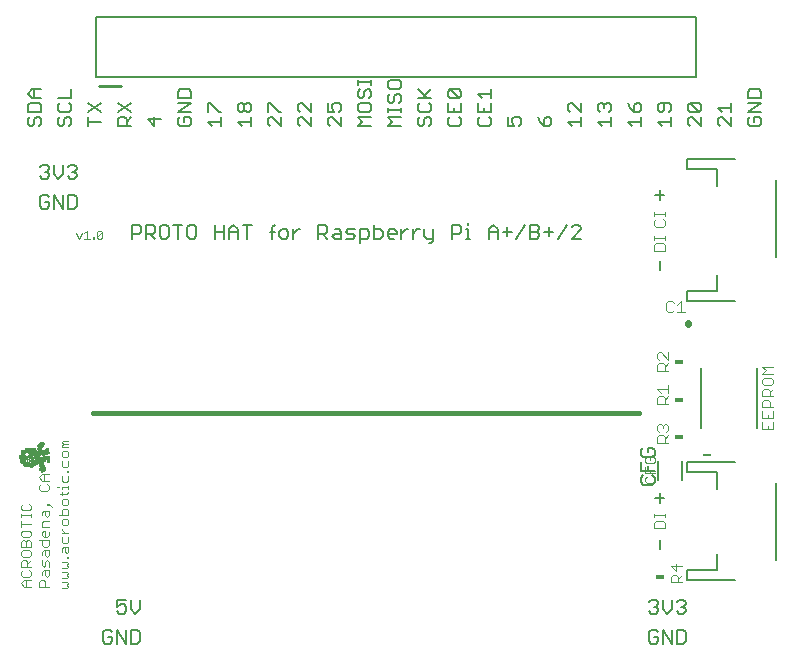
<source format=gto>
G75*
%MOIN*%
%OFA0B0*%
%FSLAX24Y24*%
%IPPOS*%
%LPD*%
%AMOC8*
5,1,8,0,0,1.08239X$1,22.5*
%
%ADD10C,0.0050*%
%ADD11C,0.0040*%
%ADD12C,0.0160*%
%ADD13C,0.0030*%
%ADD14C,0.0100*%
%ADD15C,0.0080*%
%ADD16C,0.0060*%
%ADD17R,0.0250X0.0100*%
%ADD18R,0.0300X0.0180*%
%ADD19C,0.0220*%
%ADD20C,0.0020*%
D10*
X003269Y008108D02*
X003419Y008108D01*
X003494Y008183D01*
X003494Y008334D01*
X003344Y008334D01*
X003494Y008484D02*
X003419Y008559D01*
X003269Y008559D01*
X003194Y008484D01*
X003194Y008183D01*
X003269Y008108D01*
X003654Y008108D02*
X003654Y008559D01*
X003954Y008108D01*
X003954Y008559D01*
X004115Y008559D02*
X004340Y008559D01*
X004415Y008484D01*
X004415Y008183D01*
X004340Y008108D01*
X004115Y008108D01*
X004115Y008559D01*
X004265Y009108D02*
X004415Y009258D01*
X004415Y009559D01*
X004115Y009559D02*
X004115Y009258D01*
X004265Y009108D01*
X003954Y009183D02*
X003879Y009108D01*
X003729Y009108D01*
X003654Y009183D01*
X003654Y009334D02*
X003804Y009409D01*
X003879Y009409D01*
X003954Y009334D01*
X003954Y009183D01*
X003654Y009334D02*
X003654Y009559D01*
X003954Y009559D01*
X011755Y021458D02*
X011755Y021909D01*
X011980Y021909D01*
X012055Y021834D01*
X012055Y021683D01*
X011980Y021608D01*
X011755Y021608D01*
X011595Y021683D02*
X011520Y021758D01*
X011370Y021758D01*
X011295Y021834D01*
X011370Y021909D01*
X011595Y021909D01*
X011595Y021683D02*
X011520Y021608D01*
X011295Y021608D01*
X011135Y021608D02*
X010910Y021608D01*
X010834Y021683D01*
X010910Y021758D01*
X011135Y021758D01*
X011135Y021834D02*
X011135Y021608D01*
X011135Y021834D02*
X011060Y021909D01*
X010910Y021909D01*
X010674Y021984D02*
X010674Y021834D01*
X010599Y021758D01*
X010374Y021758D01*
X010374Y021608D02*
X010374Y022059D01*
X010599Y022059D01*
X010674Y021984D01*
X010524Y021758D02*
X010674Y021608D01*
X009755Y021909D02*
X009680Y021909D01*
X009530Y021758D01*
X009530Y021608D02*
X009530Y021909D01*
X009370Y021834D02*
X009295Y021909D01*
X009145Y021909D01*
X009070Y021834D01*
X009070Y021683D01*
X009145Y021608D01*
X009295Y021608D01*
X009370Y021683D01*
X009370Y021834D01*
X008913Y021834D02*
X008763Y021834D01*
X008838Y021984D02*
X008913Y022059D01*
X008838Y021984D02*
X008838Y021608D01*
X008142Y022059D02*
X007842Y022059D01*
X007992Y022059D02*
X007992Y021608D01*
X007682Y021608D02*
X007682Y021909D01*
X007532Y022059D01*
X007381Y021909D01*
X007381Y021608D01*
X007221Y021608D02*
X007221Y022059D01*
X007221Y021834D02*
X006921Y021834D01*
X006921Y022059D02*
X006921Y021608D01*
X007381Y021834D02*
X007682Y021834D01*
X006301Y021683D02*
X006301Y021984D01*
X006226Y022059D01*
X006075Y022059D01*
X006000Y021984D01*
X006000Y021683D01*
X006075Y021608D01*
X006226Y021608D01*
X006301Y021683D01*
X005840Y022059D02*
X005540Y022059D01*
X005690Y022059D02*
X005690Y021608D01*
X005380Y021683D02*
X005380Y021984D01*
X005305Y022059D01*
X005155Y022059D01*
X005080Y021984D01*
X005080Y021683D01*
X005155Y021608D01*
X005305Y021608D01*
X005380Y021683D01*
X004919Y021608D02*
X004769Y021758D01*
X004844Y021758D02*
X004619Y021758D01*
X004619Y021608D02*
X004619Y022059D01*
X004844Y022059D01*
X004919Y021984D01*
X004919Y021834D01*
X004844Y021758D01*
X004459Y021834D02*
X004459Y021984D01*
X004384Y022059D01*
X004159Y022059D01*
X004159Y021608D01*
X004159Y021758D02*
X004384Y021758D01*
X004459Y021834D01*
X002315Y022683D02*
X002315Y022984D01*
X002240Y023059D01*
X002015Y023059D01*
X002015Y022608D01*
X002240Y022608D01*
X002315Y022683D01*
X001854Y022608D02*
X001854Y023059D01*
X001554Y023059D02*
X001854Y022608D01*
X001554Y022608D02*
X001554Y023059D01*
X001394Y022984D02*
X001319Y023059D01*
X001169Y023059D01*
X001094Y022984D01*
X001094Y022683D01*
X001169Y022608D01*
X001319Y022608D01*
X001394Y022683D01*
X001394Y022834D01*
X001244Y022834D01*
X001319Y023608D02*
X001169Y023608D01*
X001094Y023683D01*
X001244Y023834D02*
X001319Y023834D01*
X001394Y023758D01*
X001394Y023683D01*
X001319Y023608D01*
X001319Y023834D02*
X001394Y023909D01*
X001394Y023984D01*
X001319Y024059D01*
X001169Y024059D01*
X001094Y023984D01*
X001554Y024059D02*
X001554Y023758D01*
X001704Y023608D01*
X001854Y023758D01*
X001854Y024059D01*
X002015Y023984D02*
X002090Y024059D01*
X002240Y024059D01*
X002315Y023984D01*
X002315Y023909D01*
X002240Y023834D01*
X002315Y023758D01*
X002315Y023683D01*
X002240Y023608D01*
X002090Y023608D01*
X002015Y023683D01*
X002165Y023834D02*
X002240Y023834D01*
X002050Y025358D02*
X002125Y025433D01*
X002125Y025584D01*
X002050Y025659D01*
X001975Y025659D01*
X001900Y025584D01*
X001900Y025433D01*
X001825Y025358D01*
X001750Y025358D01*
X001675Y025433D01*
X001675Y025584D01*
X001750Y025659D01*
X001750Y025819D02*
X002050Y025819D01*
X002125Y025894D01*
X002125Y026044D01*
X002050Y026119D01*
X002125Y026279D02*
X001675Y026279D01*
X001750Y026119D02*
X001675Y026044D01*
X001675Y025894D01*
X001750Y025819D01*
X002125Y026279D02*
X002125Y026579D01*
X002675Y026119D02*
X003125Y025819D01*
X003125Y026119D02*
X002675Y025819D01*
X002675Y025659D02*
X002675Y025358D01*
X002675Y025508D02*
X003125Y025508D01*
X003675Y025584D02*
X003675Y025358D01*
X004125Y025358D01*
X003975Y025358D02*
X003975Y025584D01*
X003900Y025659D01*
X003750Y025659D01*
X003675Y025584D01*
X003675Y025819D02*
X004125Y026119D01*
X004125Y025819D02*
X003675Y026119D01*
X004125Y025659D02*
X003975Y025508D01*
X004675Y025584D02*
X004900Y025358D01*
X004900Y025659D01*
X005125Y025584D02*
X004675Y025584D01*
X005675Y025584D02*
X005675Y025433D01*
X005750Y025358D01*
X006050Y025358D01*
X006125Y025433D01*
X006125Y025584D01*
X006050Y025659D01*
X005900Y025659D01*
X005900Y025508D01*
X005750Y025659D02*
X005675Y025584D01*
X005675Y025819D02*
X006125Y026119D01*
X005675Y026119D01*
X005675Y026279D02*
X005675Y026504D01*
X005750Y026579D01*
X006050Y026579D01*
X006125Y026504D01*
X006125Y026279D01*
X005675Y026279D01*
X005675Y025819D02*
X006125Y025819D01*
X006675Y025819D02*
X006675Y026119D01*
X006750Y026119D01*
X007050Y025819D01*
X007125Y025819D01*
X007125Y025659D02*
X007125Y025358D01*
X007125Y025508D02*
X006675Y025508D01*
X006825Y025358D01*
X007675Y025508D02*
X008125Y025508D01*
X008125Y025358D02*
X008125Y025659D01*
X008050Y025819D02*
X007975Y025819D01*
X007900Y025894D01*
X007900Y026044D01*
X007975Y026119D01*
X008050Y026119D01*
X008125Y026044D01*
X008125Y025894D01*
X008050Y025819D01*
X007900Y025894D02*
X007825Y025819D01*
X007750Y025819D01*
X007675Y025894D01*
X007675Y026044D01*
X007750Y026119D01*
X007825Y026119D01*
X007900Y026044D01*
X007675Y025508D02*
X007825Y025358D01*
X008675Y025433D02*
X008750Y025358D01*
X008675Y025433D02*
X008675Y025584D01*
X008750Y025659D01*
X008825Y025659D01*
X009125Y025358D01*
X009125Y025659D01*
X009125Y025819D02*
X009050Y025819D01*
X008750Y026119D01*
X008675Y026119D01*
X008675Y025819D01*
X009675Y025894D02*
X009750Y025819D01*
X009675Y025894D02*
X009675Y026044D01*
X009750Y026119D01*
X009825Y026119D01*
X010125Y025819D01*
X010125Y026119D01*
X010125Y025659D02*
X010125Y025358D01*
X009825Y025659D01*
X009750Y025659D01*
X009675Y025584D01*
X009675Y025433D01*
X009750Y025358D01*
X010675Y025433D02*
X010750Y025358D01*
X010675Y025433D02*
X010675Y025584D01*
X010750Y025659D01*
X010825Y025659D01*
X011125Y025358D01*
X011125Y025659D01*
X011050Y025819D02*
X011125Y025894D01*
X011125Y026044D01*
X011050Y026119D01*
X010900Y026119D01*
X010825Y026044D01*
X010825Y025969D01*
X010900Y025819D01*
X010675Y025819D01*
X010675Y026119D01*
X011675Y026044D02*
X011675Y025894D01*
X011750Y025819D01*
X012050Y025819D01*
X012125Y025894D01*
X012125Y026044D01*
X012050Y026119D01*
X011750Y026119D01*
X011675Y026044D01*
X011750Y026279D02*
X011825Y026279D01*
X011900Y026354D01*
X011900Y026504D01*
X011975Y026579D01*
X012050Y026579D01*
X012125Y026504D01*
X012125Y026354D01*
X012050Y026279D01*
X011750Y026279D02*
X011675Y026354D01*
X011675Y026504D01*
X011750Y026579D01*
X011675Y026740D02*
X011675Y026890D01*
X011675Y026815D02*
X012125Y026815D01*
X012125Y026740D02*
X012125Y026890D01*
X012675Y026811D02*
X012750Y026886D01*
X013050Y026886D01*
X013125Y026811D01*
X013125Y026661D01*
X013050Y026586D01*
X012750Y026586D01*
X012675Y026661D01*
X012675Y026811D01*
X012750Y026426D02*
X012675Y026351D01*
X012675Y026201D01*
X012750Y026126D01*
X012825Y026126D01*
X012900Y026201D01*
X012900Y026351D01*
X012975Y026426D01*
X013050Y026426D01*
X013125Y026351D01*
X013125Y026201D01*
X013050Y026126D01*
X013125Y025969D02*
X013125Y025819D01*
X013125Y025894D02*
X012675Y025894D01*
X012675Y025819D02*
X012675Y025969D01*
X012675Y025659D02*
X013125Y025659D01*
X013125Y025358D02*
X012675Y025358D01*
X012825Y025508D01*
X012675Y025659D01*
X012125Y025659D02*
X011675Y025659D01*
X011825Y025508D01*
X011675Y025358D01*
X012125Y025358D01*
X013675Y025433D02*
X013750Y025358D01*
X013825Y025358D01*
X013900Y025433D01*
X013900Y025584D01*
X013975Y025659D01*
X014050Y025659D01*
X014125Y025584D01*
X014125Y025433D01*
X014050Y025358D01*
X013750Y025659D02*
X013675Y025584D01*
X013675Y025433D01*
X013750Y025819D02*
X013675Y025894D01*
X013675Y026044D01*
X013750Y026119D01*
X013675Y026279D02*
X014125Y026279D01*
X013975Y026279D02*
X013675Y026579D01*
X013900Y026354D02*
X014125Y026579D01*
X014050Y026119D02*
X014125Y026044D01*
X014125Y025894D01*
X014050Y025819D01*
X013750Y025819D01*
X014675Y025819D02*
X015125Y025819D01*
X015125Y026119D01*
X015050Y026279D02*
X014750Y026579D01*
X015050Y026579D01*
X015125Y026504D01*
X015125Y026354D01*
X015050Y026279D01*
X014750Y026279D01*
X014675Y026354D01*
X014675Y026504D01*
X014750Y026579D01*
X014675Y026119D02*
X014675Y025819D01*
X014750Y025659D02*
X014675Y025584D01*
X014675Y025433D01*
X014750Y025358D01*
X015050Y025358D01*
X015125Y025433D01*
X015125Y025584D01*
X015050Y025659D01*
X014900Y025819D02*
X014900Y025969D01*
X015675Y026119D02*
X015675Y025819D01*
X016125Y025819D01*
X016125Y026119D01*
X016125Y026279D02*
X016125Y026579D01*
X016125Y026429D02*
X015675Y026429D01*
X015825Y026279D01*
X015900Y025969D02*
X015900Y025819D01*
X016050Y025659D02*
X016125Y025584D01*
X016125Y025433D01*
X016050Y025358D01*
X015750Y025358D01*
X015675Y025433D01*
X015675Y025584D01*
X015750Y025659D01*
X016675Y025659D02*
X016675Y025358D01*
X016900Y025358D01*
X016825Y025508D01*
X016825Y025584D01*
X016900Y025659D01*
X017050Y025659D01*
X017125Y025584D01*
X017125Y025433D01*
X017050Y025358D01*
X017675Y025659D02*
X017750Y025508D01*
X017900Y025358D01*
X017900Y025584D01*
X017975Y025659D01*
X018050Y025659D01*
X018125Y025584D01*
X018125Y025433D01*
X018050Y025358D01*
X017900Y025358D01*
X018675Y025508D02*
X018825Y025358D01*
X018675Y025508D02*
X019125Y025508D01*
X019125Y025358D02*
X019125Y025659D01*
X019125Y025819D02*
X018825Y026119D01*
X018750Y026119D01*
X018675Y026044D01*
X018675Y025894D01*
X018750Y025819D01*
X019125Y025819D02*
X019125Y026119D01*
X019675Y026044D02*
X019675Y025894D01*
X019750Y025819D01*
X019900Y025969D02*
X019900Y026044D01*
X019975Y026119D01*
X020050Y026119D01*
X020125Y026044D01*
X020125Y025894D01*
X020050Y025819D01*
X020125Y025659D02*
X020125Y025358D01*
X020125Y025508D02*
X019675Y025508D01*
X019825Y025358D01*
X019900Y026044D02*
X019825Y026119D01*
X019750Y026119D01*
X019675Y026044D01*
X020675Y026119D02*
X020750Y025969D01*
X020900Y025819D01*
X020900Y026044D01*
X020975Y026119D01*
X021050Y026119D01*
X021125Y026044D01*
X021125Y025894D01*
X021050Y025819D01*
X020900Y025819D01*
X021125Y025659D02*
X021125Y025358D01*
X021125Y025508D02*
X020675Y025508D01*
X020825Y025358D01*
X021675Y025508D02*
X022125Y025508D01*
X022125Y025358D02*
X022125Y025659D01*
X022050Y025819D02*
X022125Y025894D01*
X022125Y026044D01*
X022050Y026119D01*
X021750Y026119D01*
X021675Y026044D01*
X021675Y025894D01*
X021750Y025819D01*
X021825Y025819D01*
X021900Y025894D01*
X021900Y026119D01*
X021675Y025508D02*
X021825Y025358D01*
X022675Y025433D02*
X022750Y025358D01*
X022675Y025433D02*
X022675Y025584D01*
X022750Y025659D01*
X022825Y025659D01*
X023125Y025358D01*
X023125Y025659D01*
X023050Y025819D02*
X022750Y026119D01*
X023050Y026119D01*
X023125Y026044D01*
X023125Y025894D01*
X023050Y025819D01*
X022750Y025819D01*
X022675Y025894D01*
X022675Y026044D01*
X022750Y026119D01*
X023675Y025969D02*
X024125Y025969D01*
X024125Y025819D02*
X024125Y026119D01*
X023825Y025819D02*
X023675Y025969D01*
X023750Y025659D02*
X023675Y025584D01*
X023675Y025433D01*
X023750Y025358D01*
X023750Y025659D02*
X023825Y025659D01*
X024125Y025358D01*
X024125Y025659D01*
X024675Y025584D02*
X024675Y025433D01*
X024750Y025358D01*
X025050Y025358D01*
X025125Y025433D01*
X025125Y025584D01*
X025050Y025659D01*
X024900Y025659D01*
X024900Y025508D01*
X024750Y025659D02*
X024675Y025584D01*
X024675Y025819D02*
X025125Y026119D01*
X024675Y026119D01*
X024675Y026279D02*
X024675Y026504D01*
X024750Y026579D01*
X025050Y026579D01*
X025125Y026504D01*
X025125Y026279D01*
X024675Y026279D01*
X024675Y025819D02*
X025125Y025819D01*
X021900Y023058D02*
X021600Y023058D01*
X021750Y022908D02*
X021750Y023209D01*
X021750Y020859D02*
X021750Y020558D01*
X019115Y021608D02*
X018815Y021608D01*
X019115Y021909D01*
X019115Y021984D01*
X019040Y022059D01*
X018890Y022059D01*
X018815Y021984D01*
X018654Y022059D02*
X018354Y021608D01*
X018194Y021834D02*
X017894Y021834D01*
X017734Y021909D02*
X017659Y021834D01*
X017433Y021834D01*
X017433Y022059D02*
X017433Y021608D01*
X017659Y021608D01*
X017734Y021683D01*
X017734Y021758D01*
X017659Y021834D01*
X017734Y021909D02*
X017734Y021984D01*
X017659Y022059D01*
X017433Y022059D01*
X017273Y022059D02*
X016973Y021608D01*
X016813Y021834D02*
X016513Y021834D01*
X016352Y021834D02*
X016052Y021834D01*
X016052Y021909D02*
X016202Y022059D01*
X016352Y021909D01*
X016352Y021608D01*
X016052Y021608D02*
X016052Y021909D01*
X015435Y021608D02*
X015285Y021608D01*
X015360Y021608D02*
X015360Y021909D01*
X015285Y021909D01*
X015360Y022059D02*
X015360Y022134D01*
X015125Y021984D02*
X015125Y021834D01*
X015050Y021758D01*
X014825Y021758D01*
X014825Y021608D02*
X014825Y022059D01*
X015050Y022059D01*
X015125Y021984D01*
X014204Y021909D02*
X014204Y021533D01*
X014129Y021458D01*
X014054Y021458D01*
X013979Y021608D02*
X014204Y021608D01*
X013979Y021608D02*
X013904Y021683D01*
X013904Y021909D01*
X013745Y021909D02*
X013670Y021909D01*
X013520Y021758D01*
X013520Y021608D02*
X013520Y021909D01*
X013362Y021909D02*
X013287Y021909D01*
X013136Y021758D01*
X013136Y021608D02*
X013136Y021909D01*
X012976Y021834D02*
X012976Y021758D01*
X012676Y021758D01*
X012676Y021683D02*
X012676Y021834D01*
X012751Y021909D01*
X012901Y021909D01*
X012976Y021834D01*
X012901Y021608D02*
X012751Y021608D01*
X012676Y021683D01*
X012516Y021683D02*
X012516Y021834D01*
X012441Y021909D01*
X012216Y021909D01*
X012216Y022059D02*
X012216Y021608D01*
X012441Y021608D01*
X012516Y021683D01*
X016663Y021683D02*
X016663Y021984D01*
X018044Y021984D02*
X018044Y021683D01*
X021200Y014629D02*
X021125Y014554D01*
X021125Y014404D01*
X021200Y014329D01*
X021500Y014329D01*
X021575Y014404D01*
X021575Y014554D01*
X021500Y014629D01*
X021350Y014629D01*
X021350Y014479D01*
X021125Y014169D02*
X021125Y013869D01*
X021575Y013869D01*
X021500Y013709D02*
X021575Y013634D01*
X021575Y013483D01*
X021500Y013408D01*
X021200Y013408D01*
X021125Y013483D01*
X021125Y013634D01*
X021200Y013709D01*
X021350Y013869D02*
X021350Y014019D01*
X021750Y013109D02*
X021750Y012808D01*
X021600Y012958D02*
X021900Y012958D01*
X021750Y011559D02*
X021750Y011258D01*
X021854Y009559D02*
X021854Y009258D01*
X022004Y009108D01*
X022154Y009258D01*
X022154Y009559D01*
X022315Y009484D02*
X022390Y009559D01*
X022540Y009559D01*
X022615Y009484D01*
X022615Y009409D01*
X022540Y009334D01*
X022615Y009258D01*
X022615Y009183D01*
X022540Y009108D01*
X022390Y009108D01*
X022315Y009183D01*
X022465Y009334D02*
X022540Y009334D01*
X022540Y008559D02*
X022315Y008559D01*
X022315Y008108D01*
X022540Y008108D01*
X022615Y008183D01*
X022615Y008484D01*
X022540Y008559D01*
X022154Y008559D02*
X022154Y008108D01*
X021854Y008559D01*
X021854Y008108D01*
X021694Y008183D02*
X021694Y008334D01*
X021544Y008334D01*
X021694Y008484D02*
X021619Y008559D01*
X021469Y008559D01*
X021394Y008484D01*
X021394Y008183D01*
X021469Y008108D01*
X021619Y008108D01*
X021694Y008183D01*
X021619Y009108D02*
X021469Y009108D01*
X021394Y009183D01*
X021544Y009334D02*
X021619Y009334D01*
X021694Y009258D01*
X021694Y009183D01*
X021619Y009108D01*
X021619Y009334D02*
X021694Y009409D01*
X021694Y009484D01*
X021619Y009559D01*
X021469Y009559D01*
X021394Y009484D01*
X001125Y025433D02*
X001050Y025358D01*
X001125Y025433D02*
X001125Y025584D01*
X001050Y025659D01*
X000975Y025659D01*
X000900Y025584D01*
X000900Y025433D01*
X000825Y025358D01*
X000750Y025358D01*
X000675Y025433D01*
X000675Y025584D01*
X000750Y025659D01*
X000675Y025819D02*
X000675Y026044D01*
X000750Y026119D01*
X001050Y026119D01*
X001125Y026044D01*
X001125Y025819D01*
X000675Y025819D01*
X000825Y026279D02*
X000675Y026429D01*
X000825Y026579D01*
X001125Y026579D01*
X000900Y026579D02*
X000900Y026279D01*
X000825Y026279D02*
X001125Y026279D01*
D11*
X001870Y014863D02*
X002030Y014863D01*
X002030Y014756D02*
X001870Y014756D01*
X001816Y014809D01*
X001870Y014863D01*
X001870Y014756D02*
X001816Y014703D01*
X001816Y014649D01*
X002030Y014649D01*
X001977Y014531D02*
X001870Y014531D01*
X001816Y014478D01*
X001816Y014371D01*
X001870Y014318D01*
X001977Y014318D01*
X002030Y014371D01*
X002030Y014478D01*
X001977Y014531D01*
X002030Y014200D02*
X002030Y014040D01*
X001977Y013986D01*
X001870Y013986D01*
X001816Y014040D01*
X001816Y014200D01*
X001977Y013874D02*
X002030Y013874D01*
X002030Y013821D01*
X001977Y013821D01*
X001977Y013874D01*
X002030Y013703D02*
X002030Y013543D01*
X001977Y013489D01*
X001870Y013489D01*
X001816Y013543D01*
X001816Y013703D01*
X001816Y013322D02*
X002030Y013322D01*
X002030Y013375D02*
X002030Y013268D01*
X002030Y013154D02*
X001977Y013101D01*
X001763Y013101D01*
X001816Y013154D02*
X001816Y013047D01*
X001870Y012929D02*
X001816Y012876D01*
X001816Y012769D01*
X001870Y012716D01*
X001977Y012716D01*
X002030Y012769D01*
X002030Y012876D01*
X001977Y012929D01*
X001870Y012929D01*
X001870Y012598D02*
X001816Y012544D01*
X001816Y012384D01*
X001710Y012384D02*
X002030Y012384D01*
X002030Y012544D01*
X001977Y012598D01*
X001870Y012598D01*
X001870Y012266D02*
X001816Y012213D01*
X001816Y012106D01*
X001870Y012053D01*
X001977Y012053D01*
X002030Y012106D01*
X002030Y012213D01*
X001977Y012266D01*
X001870Y012266D01*
X001816Y011937D02*
X001816Y011883D01*
X001923Y011776D01*
X002030Y011776D02*
X001816Y011776D01*
X001816Y011659D02*
X001816Y011498D01*
X001870Y011445D01*
X001977Y011445D01*
X002030Y011498D01*
X002030Y011659D01*
X002030Y011327D02*
X002030Y011167D01*
X001977Y011114D01*
X001923Y011167D01*
X001923Y011327D01*
X001870Y011327D02*
X002030Y011327D01*
X001870Y011327D02*
X001816Y011274D01*
X001816Y011167D01*
X001977Y011001D02*
X002030Y011001D01*
X002030Y010948D01*
X001977Y010948D01*
X001977Y011001D01*
X001977Y010830D02*
X001816Y010830D01*
X001977Y010830D02*
X002030Y010776D01*
X001977Y010723D01*
X002030Y010670D01*
X001977Y010616D01*
X001816Y010616D01*
X001816Y010498D02*
X001977Y010498D01*
X002030Y010445D01*
X001977Y010392D01*
X002030Y010338D01*
X001977Y010285D01*
X001816Y010285D01*
X001816Y010167D02*
X001977Y010167D01*
X002030Y010113D01*
X001977Y010060D01*
X002030Y010007D01*
X001977Y009953D01*
X001816Y009953D01*
X001380Y010003D02*
X001060Y010003D01*
X001060Y010163D01*
X001113Y010217D01*
X001220Y010217D01*
X001273Y010163D01*
X001273Y010003D01*
X001327Y010335D02*
X001273Y010388D01*
X001273Y010548D01*
X001220Y010548D02*
X001380Y010548D01*
X001380Y010388D01*
X001327Y010335D01*
X001166Y010388D02*
X001166Y010495D01*
X001220Y010548D01*
X001220Y010666D02*
X001166Y010720D01*
X001166Y010880D01*
X001273Y010826D02*
X001273Y010720D01*
X001220Y010666D01*
X001380Y010666D02*
X001380Y010826D01*
X001327Y010880D01*
X001273Y010826D01*
X001327Y010998D02*
X001273Y011051D01*
X001273Y011211D01*
X001220Y011211D02*
X001380Y011211D01*
X001380Y011051D01*
X001327Y010998D01*
X001166Y011051D02*
X001166Y011158D01*
X001220Y011211D01*
X001220Y011329D02*
X001166Y011383D01*
X001166Y011543D01*
X001060Y011543D02*
X001380Y011543D01*
X001380Y011383D01*
X001327Y011329D01*
X001220Y011329D01*
X001220Y011661D02*
X001166Y011714D01*
X001166Y011821D01*
X001220Y011874D01*
X001273Y011874D01*
X001273Y011661D01*
X001220Y011661D02*
X001327Y011661D01*
X001380Y011714D01*
X001380Y011821D01*
X001380Y011992D02*
X001166Y011992D01*
X001166Y012152D01*
X001220Y012206D01*
X001380Y012206D01*
X001327Y012324D02*
X001273Y012377D01*
X001273Y012537D01*
X001220Y012537D02*
X001380Y012537D01*
X001380Y012377D01*
X001327Y012324D01*
X001166Y012377D02*
X001166Y012484D01*
X001220Y012537D01*
X001327Y012709D02*
X001380Y012709D01*
X001380Y012762D01*
X001327Y012762D01*
X001327Y012709D01*
X001380Y012762D02*
X001487Y012655D01*
X001327Y013208D02*
X001113Y013208D01*
X001060Y013261D01*
X001060Y013368D01*
X001113Y013421D01*
X001166Y013539D02*
X001060Y013646D01*
X001166Y013753D01*
X001380Y013753D01*
X001220Y013753D02*
X001220Y013539D01*
X001166Y013539D02*
X001380Y013539D01*
X001327Y013421D02*
X001380Y013368D01*
X001380Y013261D01*
X001327Y013208D01*
X001656Y013322D02*
X001710Y013322D01*
X001816Y013322D02*
X001816Y013268D01*
X000780Y012705D02*
X000780Y012598D01*
X000727Y012545D01*
X000513Y012545D01*
X000460Y012598D01*
X000460Y012705D01*
X000513Y012758D01*
X000727Y012758D02*
X000780Y012705D01*
X000780Y012430D02*
X000780Y012324D01*
X000780Y012377D02*
X000460Y012377D01*
X000460Y012324D02*
X000460Y012430D01*
X000460Y012206D02*
X000460Y011992D01*
X000460Y012099D02*
X000780Y012099D01*
X000727Y011874D02*
X000780Y011821D01*
X000780Y011714D01*
X000727Y011661D01*
X000513Y011661D01*
X000460Y011714D01*
X000460Y011821D01*
X000513Y011874D01*
X000727Y011874D01*
X000727Y011543D02*
X000780Y011489D01*
X000780Y011329D01*
X000460Y011329D01*
X000460Y011489D01*
X000513Y011543D01*
X000566Y011543D01*
X000620Y011489D01*
X000620Y011329D01*
X000727Y011211D02*
X000513Y011211D01*
X000460Y011158D01*
X000460Y011051D01*
X000513Y010998D01*
X000727Y010998D01*
X000780Y011051D01*
X000780Y011158D01*
X000727Y011211D01*
X000620Y011489D02*
X000673Y011543D01*
X000727Y011543D01*
X000780Y010880D02*
X000673Y010773D01*
X000673Y010826D02*
X000673Y010666D01*
X000780Y010666D02*
X000460Y010666D01*
X000460Y010826D01*
X000513Y010880D01*
X000620Y010880D01*
X000673Y010826D01*
X000727Y010548D02*
X000780Y010495D01*
X000780Y010388D01*
X000727Y010335D01*
X000513Y010335D01*
X000460Y010388D01*
X000460Y010495D01*
X000513Y010548D01*
X000566Y010217D02*
X000460Y010110D01*
X000566Y010003D01*
X000780Y010003D01*
X000620Y010003D02*
X000620Y010217D01*
X000566Y010217D02*
X000780Y010217D01*
X021270Y013512D02*
X021323Y013459D01*
X021537Y013459D01*
X021590Y013512D01*
X021590Y013619D01*
X021537Y013672D01*
X021590Y013790D02*
X021270Y013790D01*
X021270Y014004D01*
X021323Y014122D02*
X021537Y014122D01*
X021590Y014175D01*
X021590Y014282D01*
X021537Y014335D01*
X021430Y014335D01*
X021430Y014229D01*
X021323Y014335D02*
X021270Y014282D01*
X021270Y014175D01*
X021323Y014122D01*
X021430Y013897D02*
X021430Y013790D01*
X021323Y013672D02*
X021270Y013619D01*
X021270Y013512D01*
X021570Y012442D02*
X021570Y012322D01*
X021570Y012382D02*
X021930Y012382D01*
X021930Y012322D02*
X021930Y012442D01*
X021870Y012194D02*
X021630Y012194D01*
X021570Y012133D01*
X021570Y011953D01*
X021930Y011953D01*
X021930Y012133D01*
X021870Y012194D01*
X022300Y010762D02*
X022300Y010522D01*
X022120Y010702D01*
X022480Y010702D01*
X022480Y010394D02*
X022360Y010273D01*
X022360Y010333D02*
X022360Y010153D01*
X022480Y010153D02*
X022120Y010153D01*
X022120Y010333D01*
X022180Y010394D01*
X022300Y010394D01*
X022360Y010333D01*
X022030Y014803D02*
X021670Y014803D01*
X021670Y014983D01*
X021730Y015044D01*
X021850Y015044D01*
X021910Y014983D01*
X021910Y014803D01*
X021910Y014923D02*
X022030Y015044D01*
X021970Y015172D02*
X022030Y015232D01*
X022030Y015352D01*
X021970Y015412D01*
X021910Y015412D01*
X021850Y015352D01*
X021850Y015292D01*
X021850Y015352D02*
X021790Y015412D01*
X021730Y015412D01*
X021670Y015352D01*
X021670Y015232D01*
X021730Y015172D01*
X021670Y016103D02*
X021670Y016283D01*
X021730Y016344D01*
X021850Y016344D01*
X021910Y016283D01*
X021910Y016103D01*
X022030Y016103D02*
X021670Y016103D01*
X021910Y016223D02*
X022030Y016344D01*
X022030Y016472D02*
X022030Y016712D01*
X022030Y016592D02*
X021670Y016592D01*
X021790Y016472D01*
X021910Y017203D02*
X021910Y017383D01*
X021850Y017444D01*
X021730Y017444D01*
X021670Y017383D01*
X021670Y017203D01*
X022030Y017203D01*
X021910Y017323D02*
X022030Y017444D01*
X022030Y017572D02*
X021790Y017812D01*
X021730Y017812D01*
X021670Y017752D01*
X021670Y017632D01*
X021730Y017572D01*
X022030Y017572D02*
X022030Y017812D01*
X022030Y019153D02*
X022150Y019153D01*
X022210Y019213D01*
X022338Y019153D02*
X022579Y019153D01*
X022458Y019153D02*
X022458Y019514D01*
X022338Y019394D01*
X022210Y019454D02*
X022150Y019514D01*
X022030Y019514D01*
X021970Y019454D01*
X021970Y019213D01*
X022030Y019153D01*
X021930Y021203D02*
X021570Y021203D01*
X021570Y021383D01*
X021630Y021444D01*
X021870Y021444D01*
X021930Y021383D01*
X021930Y021203D01*
X021930Y021572D02*
X021930Y021692D01*
X021930Y021632D02*
X021570Y021632D01*
X021570Y021572D02*
X021570Y021692D01*
X021630Y022003D02*
X021870Y022003D01*
X021930Y022063D01*
X021930Y022183D01*
X021870Y022244D01*
X021930Y022372D02*
X021930Y022492D01*
X021930Y022432D02*
X021570Y022432D01*
X021570Y022372D02*
X021570Y022492D01*
X021630Y022244D02*
X021570Y022183D01*
X021570Y022063D01*
X021630Y022003D01*
X025170Y017335D02*
X025530Y017335D01*
X025530Y017095D02*
X025170Y017095D01*
X025290Y017215D01*
X025170Y017335D01*
X025230Y016967D02*
X025170Y016907D01*
X025170Y016787D01*
X025230Y016727D01*
X025470Y016727D01*
X025530Y016787D01*
X025530Y016907D01*
X025470Y016967D01*
X025230Y016967D01*
X025230Y016598D02*
X025350Y016598D01*
X025410Y016538D01*
X025410Y016358D01*
X025530Y016358D02*
X025170Y016358D01*
X025170Y016538D01*
X025230Y016598D01*
X025410Y016478D02*
X025530Y016598D01*
X025350Y016230D02*
X025410Y016170D01*
X025410Y015990D01*
X025530Y015990D02*
X025170Y015990D01*
X025170Y016170D01*
X025230Y016230D01*
X025350Y016230D01*
X025530Y015862D02*
X025530Y015622D01*
X025170Y015622D01*
X025170Y015862D01*
X025350Y015742D02*
X025350Y015622D01*
X025530Y015494D02*
X025530Y015253D01*
X025170Y015253D01*
X025170Y015494D01*
X025350Y015373D02*
X025350Y015253D01*
D12*
X021050Y015783D02*
X002850Y015783D01*
D13*
X002896Y021598D02*
X002851Y021598D01*
X002851Y021643D01*
X002896Y021643D01*
X002896Y021598D01*
X002989Y021643D02*
X003169Y021824D01*
X003169Y021643D01*
X003124Y021598D01*
X003034Y021598D01*
X002989Y021643D01*
X002989Y021824D01*
X003034Y021869D01*
X003124Y021869D01*
X003169Y021824D01*
X002755Y021598D02*
X002574Y021598D01*
X002664Y021598D02*
X002664Y021869D01*
X002574Y021778D01*
X002478Y021778D02*
X002388Y021598D01*
X002298Y021778D01*
D14*
X003045Y026703D02*
X003795Y026703D01*
D15*
X002945Y027003D02*
X002945Y029003D01*
X022945Y029003D01*
X022945Y027003D01*
X002945Y027003D01*
X021706Y014198D02*
X021706Y013568D01*
X022494Y013568D02*
X022494Y014198D01*
X022672Y014152D02*
X024247Y014152D01*
X023656Y013817D02*
X022672Y013817D01*
X022672Y014152D01*
X023656Y013817D02*
X023656Y013266D01*
X025625Y013463D02*
X025625Y010904D01*
X024247Y010215D02*
X022672Y010215D01*
X022672Y010549D01*
X023656Y010549D01*
X023656Y011101D01*
X024247Y019521D02*
X022672Y019521D01*
X022672Y019856D01*
X023656Y019856D01*
X023656Y020407D01*
X025625Y020998D02*
X025625Y023557D01*
X024247Y024246D02*
X022672Y024246D01*
X022672Y023911D01*
X023656Y023911D01*
X023656Y023360D01*
D16*
X023139Y017288D02*
X023139Y015278D01*
X024999Y015278D02*
X024999Y017288D01*
D17*
X023319Y014388D03*
D18*
X022400Y014983D03*
X022400Y016233D03*
X022400Y017483D03*
X021750Y010333D03*
D19*
X022700Y018771D02*
X022700Y018795D01*
D20*
X001372Y014519D02*
X001370Y014528D01*
X001369Y014533D01*
X001368Y014538D01*
X001367Y014542D01*
X001366Y014547D01*
X001364Y014552D01*
X001363Y014556D01*
X001362Y014560D01*
X001361Y014565D01*
X001360Y014569D01*
X001359Y014573D01*
X001358Y014577D01*
X001357Y014581D01*
X001356Y014584D01*
X001355Y014588D01*
X001354Y014592D01*
X001353Y014595D01*
X001352Y014598D01*
X001351Y014601D01*
X001350Y014604D01*
X001349Y014607D01*
X001349Y014609D01*
X001348Y014612D01*
X001347Y014614D01*
X001346Y014616D01*
X001346Y014617D01*
X001345Y014618D01*
X001345Y014620D01*
X001344Y014620D01*
X001344Y014621D01*
X001342Y014621D01*
X001341Y014622D01*
X001339Y014622D01*
X001336Y014622D01*
X001334Y014622D01*
X001331Y014622D01*
X001327Y014622D01*
X001324Y014621D01*
X001320Y014621D01*
X001317Y014620D01*
X001313Y014620D01*
X001309Y014619D01*
X001306Y014618D01*
X001302Y014617D01*
X001298Y014617D01*
X001295Y014616D01*
X001291Y014615D01*
X001288Y014614D01*
X001285Y014613D01*
X001283Y014612D01*
X001278Y014610D01*
X001277Y014609D01*
X001276Y014608D01*
X001275Y014607D01*
X001275Y014605D01*
X001274Y014603D01*
X001274Y014600D01*
X001274Y014597D01*
X001274Y014594D01*
X001274Y014590D01*
X001274Y014587D01*
X001274Y014582D01*
X001274Y014578D01*
X001274Y014574D01*
X001275Y014570D01*
X001275Y014565D01*
X001275Y014561D01*
X001276Y014557D01*
X001276Y014553D01*
X001276Y014549D01*
X001276Y014546D01*
X001277Y014542D01*
X001277Y014539D01*
X001277Y014534D01*
X001276Y014532D01*
X001276Y014531D01*
X001276Y014531D01*
X001275Y014530D01*
X001274Y014529D01*
X001273Y014528D01*
X001273Y014527D01*
X001272Y014527D01*
X001271Y014526D01*
X001270Y014525D01*
X001269Y014525D01*
X001268Y014524D01*
X001266Y014523D01*
X001265Y014522D01*
X001264Y014521D01*
X001263Y014521D01*
X001262Y014520D01*
X001261Y014519D01*
X001260Y014518D01*
X001259Y014517D01*
X001257Y014516D01*
X001256Y014514D01*
X001255Y014513D01*
X001254Y014512D01*
X001253Y014511D01*
X001253Y014510D01*
X001252Y014508D01*
X001251Y014507D01*
X001251Y014506D01*
X001251Y014504D01*
X001250Y014503D01*
X001250Y014501D01*
X001250Y014499D01*
X001249Y014498D01*
X001249Y014496D01*
X001249Y014494D01*
X001249Y014492D01*
X001248Y014490D01*
X001248Y014488D01*
X001248Y014486D01*
X001248Y014483D01*
X001248Y014481D01*
X001248Y014479D01*
X001248Y014476D01*
X001248Y014474D01*
X001248Y014471D01*
X001248Y014468D01*
X001248Y014466D01*
X001248Y014463D01*
X001249Y014460D01*
X001249Y014457D01*
X001249Y014455D01*
X001249Y014452D01*
X001249Y014449D01*
X001249Y014447D01*
X001250Y014444D01*
X001250Y014442D01*
X001250Y014440D01*
X001251Y014438D01*
X001251Y014435D01*
X001252Y014433D01*
X001252Y014432D01*
X001253Y014430D01*
X001253Y014428D01*
X001254Y014427D01*
X001255Y014425D01*
X001255Y014424D01*
X001256Y014423D01*
X001257Y014422D01*
X001258Y014422D01*
X001259Y014421D01*
X001260Y014421D01*
X001261Y014421D01*
X001262Y014421D01*
X001264Y014421D01*
X001266Y014421D01*
X001268Y014422D01*
X001270Y014422D01*
X001272Y014422D01*
X001275Y014423D01*
X001277Y014424D01*
X001280Y014424D01*
X001283Y014425D01*
X001286Y014426D01*
X001289Y014427D01*
X001292Y014428D01*
X001295Y014429D01*
X001299Y014430D01*
X001302Y014431D01*
X001306Y014432D01*
X001309Y014433D01*
X001316Y014436D01*
X001320Y014437D01*
X001324Y014438D01*
X001327Y014440D01*
X001331Y014441D01*
X001334Y014442D01*
X001338Y014444D01*
X001341Y014445D01*
X001344Y014446D01*
X001347Y014447D01*
X001349Y014448D01*
X001352Y014450D01*
X001355Y014451D01*
X001357Y014452D01*
X001359Y014453D01*
X001362Y014454D01*
X001364Y014455D01*
X001365Y014457D01*
X001367Y014458D01*
X001369Y014459D01*
X001372Y014461D01*
X001373Y014462D01*
X001374Y014463D01*
X001375Y014465D01*
X001376Y014466D01*
X001377Y014467D01*
X001377Y014468D01*
X001377Y014469D01*
X001378Y014471D01*
X001378Y014473D01*
X001378Y014475D01*
X001378Y014477D01*
X001377Y014480D01*
X001377Y014483D01*
X001377Y014487D01*
X001377Y014490D01*
X001376Y014494D01*
X001375Y014501D01*
X001374Y014506D01*
X001373Y014510D01*
X001373Y014514D01*
X001372Y014519D01*
X001367Y014511D02*
X001272Y014511D01*
X001260Y014503D02*
X001260Y014433D01*
X001270Y014433D01*
X001360Y014473D01*
X001370Y014503D01*
X001330Y014613D01*
X001290Y014603D01*
X001290Y014523D01*
X001260Y014503D01*
X001260Y014493D02*
X001367Y014493D01*
X001360Y014474D02*
X001260Y014474D01*
X001260Y014456D02*
X001321Y014456D01*
X001279Y014437D02*
X001260Y014437D01*
X001228Y014439D02*
X001227Y014449D01*
X001226Y014458D01*
X001225Y014468D01*
X001223Y014486D01*
X001222Y014494D01*
X001221Y014502D01*
X001220Y014510D01*
X001219Y014517D01*
X001217Y014524D01*
X001216Y014531D01*
X001214Y014536D01*
X001213Y014541D01*
X001211Y014546D01*
X001209Y014550D01*
X001206Y014552D01*
X001204Y014555D01*
X001202Y014557D01*
X001198Y014559D01*
X001195Y014561D01*
X001191Y014562D01*
X001187Y014563D01*
X001183Y014564D01*
X001178Y014565D01*
X001173Y014566D01*
X001168Y014566D01*
X001163Y014566D01*
X001158Y014566D01*
X001152Y014566D01*
X001147Y014566D01*
X001141Y014566D01*
X001135Y014566D01*
X001130Y014565D01*
X001124Y014565D01*
X001118Y014564D01*
X001112Y014563D01*
X001107Y014562D01*
X001101Y014562D01*
X001096Y014561D01*
X001090Y014560D01*
X001084Y014559D01*
X001078Y014558D01*
X001073Y014557D01*
X001067Y014556D01*
X001062Y014554D01*
X001056Y014553D01*
X001051Y014552D01*
X001046Y014551D01*
X001041Y014550D01*
X001037Y014548D01*
X001032Y014547D01*
X001028Y014545D01*
X001024Y014544D01*
X001020Y014542D01*
X001016Y014541D01*
X001013Y014539D01*
X001010Y014537D01*
X001007Y014536D01*
X001004Y014534D01*
X001001Y014532D01*
X000999Y014530D01*
X000997Y014528D01*
X000995Y014526D01*
X000994Y014524D01*
X000992Y014521D01*
X000991Y014517D01*
X000990Y014512D01*
X000990Y014507D01*
X000989Y014502D01*
X000989Y014495D01*
X000989Y014489D01*
X000990Y014481D01*
X000990Y014474D01*
X000991Y014466D01*
X000991Y014457D01*
X000992Y014448D01*
X000993Y014439D01*
X000994Y014430D01*
X000995Y014420D01*
X000997Y014410D01*
X000998Y014400D01*
X000999Y014390D01*
X001000Y014380D01*
X001002Y014369D01*
X001003Y014359D01*
X001004Y014349D01*
X001006Y014338D01*
X001007Y014328D01*
X001008Y014318D01*
X001009Y014309D01*
X001010Y014300D01*
X001011Y014291D01*
X001012Y014283D01*
X001013Y014274D01*
X001014Y014266D01*
X001015Y014258D01*
X001016Y014250D01*
X001017Y014243D01*
X001018Y014236D01*
X001020Y014229D01*
X001021Y014223D01*
X001022Y014217D01*
X001023Y014211D01*
X001025Y014206D01*
X001026Y014201D01*
X001028Y014197D01*
X001029Y014193D01*
X001031Y014189D01*
X001033Y014187D01*
X001034Y014184D01*
X001036Y014182D01*
X001038Y014181D01*
X001041Y014180D01*
X001043Y014179D01*
X001046Y014178D01*
X001049Y014176D01*
X001053Y014175D01*
X001056Y014175D01*
X001060Y014174D01*
X001064Y014173D01*
X001068Y014172D01*
X001072Y014172D01*
X001076Y014171D01*
X001084Y014170D01*
X001089Y014170D01*
X001094Y014169D01*
X001098Y014169D01*
X001103Y014169D01*
X001108Y014169D01*
X001113Y014169D01*
X001118Y014169D01*
X001124Y014169D01*
X001129Y014169D01*
X001134Y014169D01*
X001140Y014170D01*
X001146Y014170D01*
X001151Y014170D01*
X001157Y014171D01*
X001163Y014172D01*
X001168Y014172D01*
X001174Y014173D01*
X001180Y014174D01*
X001185Y014175D01*
X001190Y014176D01*
X001195Y014177D01*
X001200Y014178D01*
X001205Y014180D01*
X001210Y014181D01*
X001214Y014183D01*
X001218Y014184D01*
X001222Y014186D01*
X001226Y014188D01*
X001229Y014190D01*
X001232Y014191D01*
X001235Y014193D01*
X001239Y014198D01*
X001241Y014200D01*
X001242Y014202D01*
X001243Y014204D01*
X001243Y014206D01*
X001243Y014209D01*
X001244Y014212D01*
X001244Y014216D01*
X001244Y014221D01*
X001244Y014225D01*
X001244Y014231D01*
X001244Y014237D01*
X001244Y014242D01*
X001244Y014249D01*
X001244Y014256D01*
X001243Y014263D01*
X001243Y014271D01*
X001242Y014279D01*
X001242Y014287D01*
X001241Y014295D01*
X001241Y014304D01*
X001240Y014313D01*
X001239Y014322D01*
X001238Y014331D01*
X001237Y014341D01*
X001236Y014350D01*
X001235Y014360D01*
X001234Y014370D01*
X001233Y014379D01*
X001232Y014389D01*
X001231Y014399D01*
X001230Y014409D01*
X001230Y014419D01*
X001229Y014429D01*
X001228Y014439D01*
X001212Y014437D02*
X001114Y014437D01*
X001114Y014424D02*
X001118Y014424D01*
X001122Y014425D01*
X001125Y014425D01*
X001129Y014424D01*
X001133Y014424D01*
X001137Y014423D01*
X001140Y014422D01*
X001144Y014421D01*
X001147Y014419D01*
X001150Y014418D01*
X001154Y014416D01*
X001157Y014414D01*
X001162Y014409D01*
X001165Y014407D01*
X001167Y014404D01*
X001170Y014401D01*
X001172Y014398D01*
X001175Y014391D01*
X001177Y014388D01*
X001178Y014384D01*
X001179Y014380D01*
X001180Y014376D01*
X001180Y014372D01*
X001180Y014368D01*
X001180Y014365D01*
X001180Y014361D01*
X001180Y014357D01*
X001179Y014353D01*
X001178Y014350D01*
X001177Y014346D01*
X001175Y014343D01*
X001173Y014339D01*
X001172Y014336D01*
X001169Y014333D01*
X001167Y014330D01*
X001165Y014327D01*
X001162Y014325D01*
X001159Y014322D01*
X001156Y014320D01*
X001153Y014318D01*
X001150Y014316D01*
X001147Y014314D01*
X001143Y014313D01*
X001140Y014312D01*
X001136Y014311D01*
X001132Y014310D01*
X001128Y014310D01*
X001124Y014309D01*
X001120Y014309D01*
X001117Y014310D01*
X001113Y014310D01*
X001109Y014311D01*
X001106Y014312D01*
X001102Y014313D01*
X001099Y014315D01*
X001095Y014316D01*
X001092Y014318D01*
X001089Y014320D01*
X001084Y014325D01*
X001081Y014328D01*
X001079Y014331D01*
X001076Y014333D01*
X001074Y014336D01*
X001072Y014340D01*
X001071Y014343D01*
X001069Y014347D01*
X001068Y014350D01*
X001067Y014354D01*
X001066Y014358D01*
X001066Y014362D01*
X001065Y014366D01*
X001065Y014370D01*
X001066Y014373D01*
X001066Y014377D01*
X001067Y014381D01*
X001068Y014384D01*
X001069Y014388D01*
X001071Y014391D01*
X001073Y014395D01*
X001074Y014398D01*
X001076Y014401D01*
X001079Y014404D01*
X001081Y014407D01*
X001084Y014409D01*
X001087Y014412D01*
X001089Y014414D01*
X001092Y014416D01*
X001096Y014418D01*
X001099Y014420D01*
X001103Y014421D01*
X001106Y014422D01*
X001110Y014423D01*
X001114Y014424D01*
X001087Y014437D02*
X001005Y014437D01*
X001006Y014419D02*
X001078Y014419D01*
X001069Y014400D02*
X001007Y014400D01*
X001008Y014382D02*
X001059Y014382D01*
X001050Y014363D02*
X001009Y014363D01*
X001010Y014353D02*
X001050Y014363D01*
X001090Y014443D01*
X001170Y014423D01*
X001190Y014323D01*
X001110Y014293D01*
X001060Y014353D01*
X001010Y014343D01*
X001040Y014193D01*
X001130Y014173D01*
X001240Y014203D01*
X001200Y014543D01*
X001160Y014563D01*
X001070Y014553D01*
X001000Y014523D01*
X001010Y014353D01*
X001018Y014345D02*
X001067Y014345D01*
X001082Y014326D02*
X001013Y014326D01*
X001017Y014308D02*
X001098Y014308D01*
X001149Y014308D02*
X001228Y014308D01*
X001226Y014326D02*
X001189Y014326D01*
X001186Y014345D02*
X001223Y014345D01*
X001221Y014363D02*
X001182Y014363D01*
X001178Y014382D02*
X001219Y014382D01*
X001217Y014400D02*
X001175Y014400D01*
X001171Y014419D02*
X001215Y014419D01*
X001210Y014456D02*
X001004Y014456D01*
X001003Y014474D02*
X001208Y014474D01*
X001206Y014493D02*
X001002Y014493D01*
X001001Y014511D02*
X001204Y014511D01*
X001202Y014530D02*
X001015Y014530D01*
X001059Y014548D02*
X001190Y014548D01*
X001274Y014529D02*
X001274Y014529D01*
X001290Y014530D02*
X001360Y014530D01*
X001354Y014548D02*
X001290Y014548D01*
X001290Y014567D02*
X001347Y014567D01*
X001340Y014585D02*
X001290Y014585D01*
X001292Y014604D02*
X001333Y014604D01*
X001185Y014702D02*
X001191Y014711D01*
X001197Y014720D01*
X001202Y014728D01*
X001212Y014743D01*
X001216Y014749D01*
X001218Y014754D01*
X001221Y014759D01*
X001223Y014762D01*
X001223Y014763D01*
X001223Y014765D01*
X001223Y014766D01*
X001222Y014768D01*
X001221Y014770D01*
X001220Y014772D01*
X001219Y014775D01*
X001218Y014777D01*
X001216Y014779D01*
X001214Y014782D01*
X001212Y014785D01*
X001210Y014787D01*
X001206Y014792D01*
X001203Y014795D01*
X001201Y014798D01*
X001198Y014800D01*
X001196Y014803D01*
X001193Y014805D01*
X001190Y014807D01*
X001188Y014810D01*
X001185Y014811D01*
X001183Y014813D01*
X001180Y014815D01*
X001177Y014816D01*
X001175Y014818D01*
X001172Y014819D01*
X001167Y014822D01*
X001164Y014823D01*
X001161Y014824D01*
X001158Y014825D01*
X001155Y014826D01*
X001152Y014827D01*
X001148Y014828D01*
X001145Y014829D01*
X001142Y014830D01*
X001139Y014831D01*
X001135Y014832D01*
X001132Y014832D01*
X001129Y014833D01*
X001126Y014833D01*
X001123Y014833D01*
X001120Y014833D01*
X001117Y014833D01*
X001115Y014833D01*
X001112Y014833D01*
X001109Y014833D01*
X001107Y014832D01*
X001104Y014831D01*
X001102Y014830D01*
X001100Y014828D01*
X001098Y014826D01*
X001096Y014823D01*
X001094Y014820D01*
X001092Y014817D01*
X001090Y014813D01*
X001088Y014809D01*
X001086Y014806D01*
X001084Y014802D01*
X001083Y014798D01*
X001081Y014794D01*
X001079Y014790D01*
X001078Y014786D01*
X001076Y014782D01*
X001074Y014778D01*
X001071Y014772D01*
X001070Y014769D01*
X001068Y014767D01*
X001067Y014765D01*
X001065Y014763D01*
X001064Y014762D01*
X001062Y014761D01*
X001060Y014761D01*
X001059Y014760D01*
X001057Y014760D01*
X001056Y014760D01*
X001053Y014760D01*
X001051Y014760D01*
X001049Y014760D01*
X001048Y014760D01*
X001046Y014760D01*
X001044Y014761D01*
X001043Y014761D01*
X001041Y014761D01*
X001040Y014761D01*
X001038Y014761D01*
X001036Y014761D01*
X001033Y014761D01*
X001031Y014761D01*
X001030Y014761D01*
X001028Y014760D01*
X001027Y014759D01*
X001025Y014758D01*
X001023Y014757D01*
X001021Y014756D01*
X001020Y014754D01*
X001018Y014752D01*
X001017Y014749D01*
X001015Y014746D01*
X001014Y014743D01*
X001012Y014740D01*
X001011Y014737D01*
X001010Y014733D01*
X001009Y014730D01*
X001008Y014726D01*
X001007Y014723D01*
X001006Y014719D01*
X001006Y014715D01*
X001005Y014712D01*
X001005Y014709D01*
X001004Y014705D01*
X001004Y014702D01*
X001004Y014699D01*
X001004Y014697D01*
X001005Y014694D01*
X001005Y014692D01*
X001006Y014691D01*
X001007Y014689D01*
X001007Y014688D01*
X001008Y014687D01*
X001009Y014686D01*
X001010Y014685D01*
X001012Y014684D01*
X001013Y014683D01*
X001014Y014683D01*
X001015Y014682D01*
X001016Y014681D01*
X001018Y014681D01*
X001020Y014680D01*
X001021Y014680D01*
X001022Y014679D01*
X001024Y014679D01*
X001025Y014678D01*
X001026Y014678D01*
X001027Y014677D01*
X001028Y014676D01*
X001028Y014676D01*
X001029Y014675D01*
X001030Y014674D01*
X001031Y014671D01*
X001030Y014669D01*
X001029Y014667D01*
X001029Y014664D01*
X001027Y014661D01*
X001025Y014657D01*
X001023Y014653D01*
X001021Y014649D01*
X001019Y014645D01*
X001017Y014641D01*
X001014Y014636D01*
X001012Y014632D01*
X001009Y014627D01*
X001007Y014622D01*
X001005Y014618D01*
X001003Y014613D01*
X001002Y014609D01*
X000999Y014601D01*
X000999Y014598D01*
X000999Y014594D01*
X000999Y014591D01*
X001000Y014589D01*
X001002Y014587D01*
X001003Y014586D01*
X001004Y014585D01*
X001006Y014584D01*
X001007Y014583D01*
X001009Y014583D01*
X001011Y014582D01*
X001013Y014582D01*
X001016Y014582D01*
X001018Y014582D01*
X001020Y014582D01*
X001023Y014582D01*
X001026Y014582D01*
X001028Y014582D01*
X001031Y014582D01*
X001034Y014583D01*
X001037Y014583D01*
X001040Y014583D01*
X001043Y014584D01*
X001046Y014584D01*
X001049Y014585D01*
X001053Y014585D01*
X001056Y014586D01*
X001059Y014586D01*
X001062Y014587D01*
X001065Y014587D01*
X001068Y014588D01*
X001070Y014588D01*
X001073Y014589D01*
X001075Y014589D01*
X001077Y014589D01*
X001080Y014590D01*
X001082Y014590D01*
X001083Y014590D01*
X001085Y014591D01*
X001087Y014591D01*
X001089Y014592D01*
X001091Y014592D01*
X001092Y014593D01*
X001094Y014593D01*
X001096Y014594D01*
X001098Y014595D01*
X001101Y014596D01*
X001103Y014597D01*
X001105Y014599D01*
X001107Y014600D01*
X001109Y014601D01*
X001111Y014603D01*
X001113Y014604D01*
X001116Y014607D01*
X001120Y014612D01*
X001124Y014617D01*
X001129Y014623D01*
X001140Y014638D01*
X001146Y014646D01*
X001159Y014664D01*
X001166Y014674D01*
X001172Y014683D01*
X001179Y014692D01*
X001185Y014702D01*
X001177Y014715D02*
X001019Y014715D01*
X001026Y014733D02*
X001189Y014733D01*
X001202Y014752D02*
X001064Y014752D01*
X001070Y014753D02*
X001030Y014743D01*
X001010Y014693D01*
X001040Y014673D01*
X001010Y014593D01*
X001100Y014603D01*
X001210Y014763D01*
X001160Y014813D01*
X001110Y014813D01*
X001070Y014753D01*
X001081Y014770D02*
X001203Y014770D01*
X001184Y014789D02*
X001094Y014789D01*
X001106Y014807D02*
X001166Y014807D01*
X001164Y014696D02*
X001011Y014696D01*
X001033Y014678D02*
X001151Y014678D01*
X001139Y014659D02*
X001035Y014659D01*
X001028Y014641D02*
X001126Y014641D01*
X001113Y014622D02*
X001021Y014622D01*
X001014Y014604D02*
X001100Y014604D01*
X000941Y014566D02*
X000938Y014575D01*
X000936Y014583D01*
X000933Y014591D01*
X000931Y014597D01*
X000929Y014602D01*
X000926Y014608D01*
X000924Y014612D01*
X000922Y014614D01*
X000920Y014617D01*
X000918Y014619D01*
X000915Y014620D01*
X000913Y014622D01*
X000910Y014623D01*
X000907Y014625D01*
X000904Y014626D01*
X000900Y014627D01*
X000897Y014628D01*
X000893Y014628D01*
X000890Y014629D01*
X000886Y014629D01*
X000882Y014629D01*
X000878Y014630D01*
X000874Y014630D01*
X000869Y014630D01*
X000865Y014629D01*
X000856Y014629D01*
X000851Y014628D01*
X000847Y014628D01*
X000842Y014627D01*
X000837Y014627D01*
X000832Y014626D01*
X000827Y014625D01*
X000821Y014624D01*
X000816Y014623D01*
X000811Y014622D01*
X000805Y014621D01*
X000800Y014619D01*
X000795Y014618D01*
X000790Y014617D01*
X000785Y014615D01*
X000780Y014614D01*
X000776Y014612D01*
X000772Y014611D01*
X000767Y014610D01*
X000763Y014608D01*
X000756Y014606D01*
X000752Y014605D01*
X000750Y014604D01*
X000747Y014603D01*
X000744Y014603D01*
X000742Y014602D01*
X000740Y014602D01*
X000739Y014602D01*
X000738Y014602D01*
X000736Y014602D01*
X000735Y014603D01*
X000734Y014605D01*
X000732Y014606D01*
X000731Y014608D01*
X000729Y014609D01*
X000728Y014611D01*
X000726Y014613D01*
X000725Y014616D01*
X000723Y014618D01*
X000721Y014620D01*
X000718Y014622D01*
X000716Y014625D01*
X000713Y014627D01*
X000710Y014629D01*
X000706Y014631D01*
X000702Y014632D01*
X000698Y014633D01*
X000693Y014635D01*
X000688Y014636D01*
X000681Y014636D01*
X000675Y014636D01*
X000668Y014636D01*
X000660Y014635D01*
X000656Y014634D01*
X000652Y014634D01*
X000649Y014633D01*
X000645Y014633D01*
X000642Y014632D01*
X000639Y014631D01*
X000636Y014630D01*
X000633Y014630D01*
X000631Y014629D01*
X000628Y014628D01*
X000626Y014627D01*
X000624Y014626D01*
X000622Y014625D01*
X000620Y014624D01*
X000616Y014621D01*
X000615Y014620D01*
X000612Y014618D01*
X000610Y014616D01*
X000609Y014615D01*
X000608Y014614D01*
X000607Y014612D01*
X000606Y014611D01*
X000605Y014609D01*
X000604Y014607D01*
X000604Y014605D01*
X000603Y014603D01*
X000603Y014601D01*
X000602Y014599D01*
X000602Y014598D01*
X000602Y014595D01*
X000602Y014593D01*
X000602Y014591D01*
X000601Y014590D01*
X000601Y014588D01*
X000601Y014586D01*
X000601Y014584D01*
X000601Y014582D01*
X000601Y014580D01*
X000601Y014579D01*
X000601Y014577D01*
X000601Y014576D01*
X000601Y014575D01*
X000600Y014574D01*
X000600Y014572D01*
X000599Y014572D01*
X000599Y014571D01*
X000597Y014570D01*
X000594Y014569D01*
X000590Y014568D01*
X000586Y014567D01*
X000580Y014565D01*
X000573Y014564D01*
X000567Y014563D01*
X000559Y014562D01*
X000551Y014560D01*
X000543Y014559D01*
X000535Y014558D01*
X000527Y014556D01*
X000518Y014555D01*
X000510Y014553D01*
X000502Y014551D01*
X000494Y014550D01*
X000486Y014548D01*
X000479Y014546D01*
X000473Y014544D01*
X000467Y014542D01*
X000462Y014539D01*
X000457Y014537D01*
X000454Y014534D01*
X000452Y014531D01*
X000450Y014528D01*
X000449Y014524D01*
X000448Y014520D01*
X000448Y014515D01*
X000447Y014509D01*
X000448Y014503D01*
X000448Y014497D01*
X000448Y014491D01*
X000449Y014484D01*
X000449Y014477D01*
X000450Y014470D01*
X000451Y014463D01*
X000452Y014457D01*
X000453Y014450D01*
X000454Y014444D01*
X000455Y014437D01*
X000456Y014432D01*
X000457Y014422D01*
X000457Y014417D01*
X000457Y014414D01*
X000458Y014411D01*
X000457Y014409D01*
X000457Y014408D01*
X000456Y014407D01*
X000455Y014406D01*
X000453Y014405D01*
X000452Y014405D01*
X000450Y014404D01*
X000448Y014403D01*
X000446Y014403D01*
X000443Y014402D01*
X000441Y014401D01*
X000438Y014400D01*
X000435Y014399D01*
X000433Y014398D01*
X000430Y014397D01*
X000427Y014396D01*
X000424Y014395D01*
X000421Y014394D01*
X000418Y014392D01*
X000416Y014391D01*
X000413Y014389D01*
X000411Y014388D01*
X000408Y014385D01*
X000406Y014383D01*
X000404Y014381D01*
X000402Y014379D01*
X000401Y014376D01*
X000400Y014370D01*
X000400Y014362D01*
X000400Y014354D01*
X000401Y014344D01*
X000402Y014331D01*
X000404Y014319D01*
X000406Y014306D01*
X000409Y014291D01*
X000411Y014277D01*
X000414Y014262D01*
X000418Y014247D01*
X000421Y014232D01*
X000424Y014217D01*
X000428Y014203D01*
X000432Y014189D01*
X000435Y014176D01*
X000439Y014164D01*
X000443Y014153D01*
X000446Y014143D01*
X000449Y014136D01*
X000453Y014129D01*
X000456Y014124D01*
X000458Y014123D01*
X000461Y014122D01*
X000463Y014121D01*
X000466Y014121D01*
X000469Y014120D01*
X000471Y014120D01*
X000474Y014120D01*
X000477Y014120D01*
X000479Y014120D01*
X000482Y014120D01*
X000484Y014120D01*
X000487Y014120D01*
X000490Y014121D01*
X000492Y014121D01*
X000495Y014121D01*
X000497Y014122D01*
X000499Y014122D01*
X000501Y014122D01*
X000503Y014122D01*
X000505Y014122D01*
X000507Y014122D01*
X000509Y014122D01*
X000511Y014122D01*
X000512Y014121D01*
X000513Y014120D01*
X000515Y014119D01*
X000516Y014118D01*
X000518Y014115D01*
X000519Y014113D01*
X000521Y014110D01*
X000523Y014106D01*
X000524Y014102D01*
X000526Y014098D01*
X000528Y014094D01*
X000530Y014089D01*
X000532Y014084D01*
X000537Y014074D01*
X000539Y014069D01*
X000541Y014065D01*
X000544Y014060D01*
X000546Y014055D01*
X000548Y014051D01*
X000551Y014046D01*
X000553Y014042D01*
X000555Y014039D01*
X000558Y014035D01*
X000560Y014032D01*
X000563Y014030D01*
X000565Y014028D01*
X000569Y014026D01*
X000574Y014025D01*
X000580Y014024D01*
X000586Y014023D01*
X000594Y014023D01*
X000601Y014022D01*
X000610Y014023D01*
X000619Y014023D01*
X000627Y014023D01*
X000636Y014024D01*
X000645Y014024D01*
X000655Y014025D01*
X000664Y014026D01*
X000672Y014027D01*
X000681Y014028D01*
X000689Y014029D01*
X000696Y014030D01*
X000703Y014031D01*
X000709Y014032D01*
X000714Y014032D01*
X000719Y014033D01*
X000723Y014034D01*
X000724Y014034D01*
X000726Y014034D01*
X000727Y014034D01*
X000730Y014032D01*
X000731Y014030D01*
X000732Y014028D01*
X000733Y014026D01*
X000735Y014024D01*
X000736Y014021D01*
X000737Y014019D01*
X000739Y014016D01*
X000741Y014013D01*
X000743Y014011D01*
X000745Y014008D01*
X000748Y014005D01*
X000751Y014003D01*
X000755Y014001D01*
X000759Y013999D01*
X000763Y013997D01*
X000768Y013995D01*
X000774Y013995D01*
X000780Y013994D01*
X000787Y013994D01*
X000795Y013994D01*
X000804Y013995D01*
X000811Y013996D01*
X000816Y013998D01*
X000822Y014001D01*
X000827Y014003D01*
X000831Y014006D01*
X000835Y014009D01*
X000838Y014013D01*
X000840Y014017D01*
X000842Y014020D01*
X000844Y014024D01*
X000845Y014028D01*
X000847Y014032D01*
X000847Y014036D01*
X000848Y014040D01*
X000849Y014044D01*
X000850Y014048D01*
X000851Y014054D01*
X000852Y014057D01*
X000853Y014059D01*
X000854Y014062D01*
X000856Y014064D01*
X000858Y014065D01*
X000860Y014066D01*
X000864Y014067D01*
X000869Y014067D01*
X000873Y014068D01*
X000879Y014069D01*
X000885Y014070D01*
X000892Y014071D01*
X000899Y014072D01*
X000906Y014073D01*
X000914Y014074D01*
X000922Y014075D01*
X000929Y014076D01*
X000937Y014078D01*
X000945Y014079D01*
X000953Y014082D01*
X000961Y014084D01*
X000968Y014086D01*
X000975Y014089D01*
X000982Y014092D01*
X000988Y014095D01*
X000993Y014099D01*
X000999Y014102D01*
X001003Y014107D01*
X001006Y014112D01*
X001008Y014114D01*
X001009Y014119D01*
X001010Y014124D01*
X001011Y014129D01*
X001011Y014135D01*
X001010Y014150D01*
X001010Y014158D01*
X001009Y014167D01*
X001008Y014176D01*
X001007Y014186D01*
X001005Y014197D01*
X001003Y014208D01*
X001002Y014219D01*
X001000Y014231D01*
X000998Y014243D01*
X000996Y014256D01*
X000994Y014269D01*
X000991Y014282D01*
X000989Y014296D01*
X000987Y014310D01*
X000985Y014325D01*
X000982Y014339D01*
X000980Y014354D01*
X000978Y014370D01*
X000976Y014386D01*
X000973Y014401D01*
X000971Y014416D01*
X000969Y014431D01*
X000966Y014446D01*
X000964Y014460D01*
X000961Y014474D01*
X000959Y014487D01*
X000956Y014500D01*
X000953Y014513D01*
X000951Y014524D01*
X000948Y014536D01*
X000946Y014547D01*
X000943Y014557D01*
X000941Y014566D01*
X000924Y014567D02*
X000620Y014567D01*
X000620Y014563D02*
X000620Y014613D01*
X000680Y014633D01*
X000730Y014583D01*
X000850Y014623D01*
X000900Y014623D01*
X000950Y014503D01*
X001000Y014123D01*
X000930Y014083D01*
X000850Y014073D01*
X000820Y014013D01*
X000780Y014003D01*
X000740Y014033D01*
X000730Y014043D01*
X000580Y014033D01*
X000530Y014113D01*
X000510Y014143D01*
X000470Y014133D01*
X000440Y014193D01*
X000430Y014263D01*
X000410Y014373D01*
X000470Y014413D01*
X000460Y014523D01*
X000500Y014543D01*
X000560Y014503D01*
X000570Y014383D01*
X000570Y014223D01*
X000630Y014113D01*
X000690Y014103D01*
X000780Y014113D01*
X000820Y014193D01*
X000770Y014303D01*
X000750Y014313D01*
X000640Y014313D01*
X000580Y014213D01*
X000550Y014313D01*
X000560Y014373D01*
X000640Y014353D01*
X000700Y014373D01*
X000730Y014423D01*
X000810Y014443D01*
X000820Y014403D01*
X000840Y014313D01*
X000910Y014333D01*
X000910Y014313D01*
X000840Y014293D01*
X000860Y014223D01*
X000920Y014233D01*
X000920Y014243D01*
X000890Y014393D01*
X000820Y014383D01*
X000810Y014393D01*
X000890Y014413D01*
X000870Y014503D01*
X000790Y014483D01*
X000800Y014453D01*
X000730Y014433D01*
X000710Y014493D01*
X000828Y014493D01*
X000831Y014478D02*
X000839Y014479D01*
X000847Y014481D01*
X000855Y014482D01*
X000863Y014483D01*
X000871Y014484D01*
X000872Y014476D01*
X000873Y014468D01*
X000875Y014460D01*
X000876Y014452D01*
X000878Y014444D01*
X000879Y014437D01*
X000881Y014429D01*
X000882Y014421D01*
X000859Y014417D01*
X000851Y014416D01*
X000843Y014415D01*
X000820Y014411D01*
X000819Y014419D01*
X000817Y014427D01*
X000815Y014435D01*
X000814Y014443D01*
X000812Y014451D01*
X000809Y014467D01*
X000807Y014475D01*
X000815Y014476D01*
X000831Y014478D01*
X000793Y014474D02*
X000716Y014474D01*
X000707Y014472D02*
X000709Y014468D01*
X000711Y014464D01*
X000712Y014459D01*
X000714Y014455D01*
X000715Y014450D01*
X000716Y014445D01*
X000716Y014440D01*
X000716Y014430D01*
X000716Y014425D01*
X000715Y014420D01*
X000714Y014416D01*
X000712Y014411D01*
X000711Y014407D01*
X000709Y014402D01*
X000707Y014398D01*
X000704Y014394D01*
X000701Y014390D01*
X000698Y014387D01*
X000695Y014383D01*
X000692Y014380D01*
X000688Y014377D01*
X000684Y014374D01*
X000680Y014372D01*
X000676Y014369D01*
X000672Y014367D01*
X000667Y014366D01*
X000663Y014364D01*
X000658Y014363D01*
X000653Y014362D01*
X000648Y014362D01*
X000638Y014362D01*
X000633Y014362D01*
X000629Y014363D01*
X000624Y014364D01*
X000619Y014366D01*
X000615Y014367D01*
X000610Y014369D01*
X000606Y014372D01*
X000602Y014374D01*
X000599Y014377D01*
X000595Y014380D01*
X000592Y014383D01*
X000588Y014387D01*
X000585Y014390D01*
X000583Y014394D01*
X000580Y014398D01*
X000578Y014402D01*
X000576Y014407D01*
X000574Y014411D01*
X000573Y014416D01*
X000572Y014420D01*
X000571Y014425D01*
X000570Y014430D01*
X000570Y014440D01*
X000571Y014445D01*
X000572Y014450D01*
X000573Y014455D01*
X000574Y014459D01*
X000576Y014464D01*
X000578Y014468D01*
X000580Y014472D01*
X000583Y014476D01*
X000585Y014480D01*
X000588Y014484D01*
X000592Y014487D01*
X000595Y014490D01*
X000599Y014493D01*
X000602Y014496D01*
X000606Y014499D01*
X000610Y014501D01*
X000619Y014505D01*
X000624Y014506D01*
X000629Y014507D01*
X000633Y014508D01*
X000638Y014509D01*
X000648Y014509D01*
X000653Y014508D01*
X000658Y014507D01*
X000663Y014506D01*
X000667Y014505D01*
X000676Y014501D01*
X000680Y014499D01*
X000684Y014496D01*
X000688Y014493D01*
X000692Y014490D01*
X000695Y014487D01*
X000698Y014484D01*
X000701Y014480D01*
X000704Y014476D01*
X000707Y014472D01*
X000710Y014493D02*
X000640Y014523D01*
X000550Y014473D01*
X000510Y014553D01*
X000620Y014563D01*
X000620Y014585D02*
X000728Y014585D01*
X000736Y014585D02*
X000916Y014585D01*
X000908Y014604D02*
X000792Y014604D01*
X000847Y014622D02*
X000900Y014622D01*
X000931Y014548D02*
X000512Y014548D01*
X000520Y014530D02*
X000473Y014530D01*
X000461Y014511D02*
X000531Y014511D01*
X000548Y014511D02*
X000619Y014511D01*
X000585Y014493D02*
X000561Y014493D01*
X000562Y014474D02*
X000552Y014474D01*
X000549Y014474D02*
X000464Y014474D01*
X000466Y014456D02*
X000564Y014456D01*
X000565Y014437D02*
X000468Y014437D01*
X000469Y014419D02*
X000567Y014419D01*
X000569Y014400D02*
X000451Y014400D01*
X000423Y014382D02*
X000570Y014382D01*
X000570Y014363D02*
X000600Y014363D01*
X000570Y014345D02*
X000833Y014345D01*
X000840Y014343D02*
X000838Y014351D01*
X000837Y014359D01*
X000835Y014367D01*
X000834Y014375D01*
X000832Y014383D01*
X000839Y014384D01*
X000854Y014386D01*
X000861Y014387D01*
X000868Y014388D01*
X000883Y014390D01*
X000890Y014391D01*
X000892Y014383D01*
X000894Y014368D01*
X000895Y014360D01*
X000897Y014352D01*
X000899Y014337D01*
X000900Y014329D01*
X000893Y014328D01*
X000886Y014327D01*
X000879Y014325D01*
X000872Y014324D01*
X000866Y014323D01*
X000859Y014322D01*
X000852Y014320D01*
X000845Y014319D01*
X000843Y014327D01*
X000841Y014335D01*
X000840Y014343D01*
X000837Y014326D02*
X000570Y014326D01*
X000552Y014326D02*
X000419Y014326D01*
X000422Y014308D02*
X000552Y014308D01*
X000570Y014308D02*
X000637Y014308D01*
X000644Y014294D02*
X000649Y014297D01*
X000655Y014300D01*
X000661Y014303D01*
X000667Y014306D01*
X000673Y014307D01*
X000680Y014309D01*
X000687Y014310D01*
X000693Y014311D01*
X000707Y014311D01*
X000714Y014310D01*
X000721Y014309D01*
X000727Y014307D01*
X000734Y014306D01*
X000740Y014303D01*
X000746Y014300D01*
X000752Y014297D01*
X000757Y014294D01*
X000762Y014290D01*
X000767Y014286D01*
X000772Y014281D01*
X000776Y014277D01*
X000781Y014271D01*
X000784Y014266D01*
X000788Y014261D01*
X000791Y014255D01*
X000794Y014249D01*
X000796Y014243D01*
X000798Y014236D01*
X000799Y014230D01*
X000801Y014223D01*
X000802Y014216D01*
X000802Y014202D01*
X000801Y014195D01*
X000799Y014189D01*
X000798Y014182D01*
X000796Y014176D01*
X000794Y014170D01*
X000791Y014164D01*
X000788Y014158D01*
X000784Y014152D01*
X000781Y014147D01*
X000776Y014142D01*
X000772Y014137D01*
X000767Y014133D01*
X000762Y014129D01*
X000757Y014125D01*
X000752Y014121D01*
X000746Y014118D01*
X000740Y014115D01*
X000734Y014113D01*
X000727Y014111D01*
X000714Y014108D01*
X000707Y014108D01*
X000693Y014108D01*
X000687Y014108D01*
X000680Y014110D01*
X000673Y014111D01*
X000667Y014113D01*
X000661Y014115D01*
X000655Y014118D01*
X000649Y014121D01*
X000644Y014125D01*
X000638Y014129D01*
X000633Y014133D01*
X000629Y014137D01*
X000624Y014142D01*
X000620Y014147D01*
X000617Y014152D01*
X000613Y014158D01*
X000610Y014164D01*
X000607Y014170D01*
X000605Y014176D01*
X000603Y014182D01*
X000601Y014189D01*
X000600Y014195D01*
X000599Y014202D01*
X000599Y014216D01*
X000600Y014223D01*
X000601Y014230D01*
X000603Y014236D01*
X000605Y014243D01*
X000607Y014249D01*
X000610Y014255D01*
X000613Y014261D01*
X000617Y014266D01*
X000620Y014271D01*
X000624Y014277D01*
X000629Y014281D01*
X000633Y014286D01*
X000638Y014290D01*
X000644Y014294D01*
X000626Y014289D02*
X000570Y014289D01*
X000557Y014289D02*
X000425Y014289D01*
X000429Y014271D02*
X000563Y014271D01*
X000570Y014271D02*
X000615Y014271D01*
X000603Y014252D02*
X000570Y014252D01*
X000568Y014252D02*
X000432Y014252D01*
X000434Y014234D02*
X000570Y014234D01*
X000574Y014234D02*
X000592Y014234D01*
X000581Y014215D02*
X000579Y014215D01*
X000574Y014215D02*
X000437Y014215D01*
X000439Y014197D02*
X000584Y014197D01*
X000594Y014178D02*
X000447Y014178D01*
X000457Y014160D02*
X000605Y014160D01*
X000615Y014141D02*
X000511Y014141D01*
X000502Y014141D02*
X000466Y014141D01*
X000524Y014123D02*
X000625Y014123D01*
X000683Y014104D02*
X000536Y014104D01*
X000547Y014086D02*
X000935Y014086D01*
X000967Y014104D02*
X000700Y014104D01*
X000698Y014164D02*
X000705Y014164D01*
X000708Y014164D01*
X000711Y014165D01*
X000714Y014165D01*
X000717Y014166D01*
X000719Y014167D01*
X000722Y014169D01*
X000725Y014170D01*
X000727Y014172D01*
X000729Y014173D01*
X000732Y014175D01*
X000736Y014179D01*
X000738Y014182D01*
X000739Y014184D01*
X000741Y014186D01*
X000742Y014189D01*
X000744Y014192D01*
X000745Y014195D01*
X000746Y014197D01*
X000746Y014200D01*
X000747Y014203D01*
X000747Y014207D01*
X000747Y014213D01*
X000747Y014216D01*
X000746Y014219D01*
X000746Y014222D01*
X000745Y014225D01*
X000744Y014228D01*
X000742Y014230D01*
X000741Y014233D01*
X000739Y014235D01*
X000738Y014238D01*
X000736Y014240D01*
X000734Y014242D01*
X000732Y014244D01*
X000729Y014246D01*
X000727Y014248D01*
X000725Y014249D01*
X000722Y014251D01*
X000719Y014252D01*
X000717Y014253D01*
X000714Y014254D01*
X000711Y014255D01*
X000708Y014255D01*
X000705Y014256D01*
X000698Y014256D01*
X000695Y014255D01*
X000692Y014255D01*
X000689Y014254D01*
X000686Y014253D01*
X000684Y014252D01*
X000681Y014251D01*
X000678Y014249D01*
X000676Y014248D01*
X000674Y014246D01*
X000671Y014244D01*
X000669Y014242D01*
X000667Y014240D01*
X000665Y014238D01*
X000664Y014235D01*
X000662Y014233D01*
X000661Y014230D01*
X000659Y014228D01*
X000658Y014225D01*
X000657Y014222D01*
X000657Y014219D01*
X000656Y014216D01*
X000656Y014213D01*
X000656Y014207D01*
X000656Y014203D01*
X000657Y014200D01*
X000657Y014197D01*
X000658Y014195D01*
X000659Y014192D01*
X000661Y014189D01*
X000662Y014186D01*
X000664Y014184D01*
X000665Y014182D01*
X000667Y014179D01*
X000669Y014177D01*
X000671Y014175D01*
X000674Y014173D01*
X000676Y014172D01*
X000678Y014170D01*
X000681Y014169D01*
X000684Y014167D01*
X000686Y014166D01*
X000689Y014165D01*
X000692Y014165D01*
X000695Y014164D01*
X000698Y014164D01*
X000785Y014123D02*
X000999Y014123D01*
X000998Y014141D02*
X000794Y014141D01*
X000803Y014160D02*
X000995Y014160D01*
X000993Y014178D02*
X000813Y014178D01*
X000818Y014197D02*
X000990Y014197D01*
X000988Y014215D02*
X000810Y014215D01*
X000802Y014234D02*
X000857Y014234D01*
X000860Y014239D02*
X000859Y014246D01*
X000857Y014254D01*
X000854Y014270D01*
X000853Y014278D01*
X000852Y014285D01*
X000850Y014293D01*
X000857Y014294D01*
X000864Y014296D01*
X000871Y014297D01*
X000879Y014298D01*
X000886Y014299D01*
X000893Y014301D01*
X000900Y014302D01*
X000907Y014303D01*
X000908Y014295D01*
X000910Y014287D01*
X000911Y014280D01*
X000912Y014272D01*
X000914Y014264D01*
X000916Y014248D01*
X000918Y014241D01*
X000911Y014239D01*
X000904Y014238D01*
X000897Y014237D01*
X000890Y014236D01*
X000883Y014234D01*
X000876Y014233D01*
X000869Y014232D01*
X000862Y014231D01*
X000860Y014239D01*
X000852Y014252D02*
X000793Y014252D01*
X000785Y014271D02*
X000846Y014271D01*
X000841Y014289D02*
X000776Y014289D01*
X000761Y014308D02*
X000891Y014308D01*
X000907Y014308D02*
X000976Y014308D01*
X000973Y014326D02*
X000910Y014326D01*
X000903Y014326D02*
X000886Y014326D01*
X000900Y014345D02*
X000971Y014345D01*
X000968Y014363D02*
X000896Y014363D01*
X000892Y014382D02*
X000966Y014382D01*
X000964Y014400D02*
X000838Y014400D01*
X000821Y014400D02*
X000716Y014400D01*
X000705Y014382D02*
X000825Y014382D01*
X000829Y014363D02*
X000670Y014363D01*
X000727Y014419D02*
X000816Y014419D01*
X000811Y014437D02*
X000786Y014437D01*
X000799Y014456D02*
X000722Y014456D01*
X000729Y014437D02*
X000744Y014437D01*
X000668Y014511D02*
X000947Y014511D01*
X000951Y014493D02*
X000872Y014493D01*
X000876Y014474D02*
X000954Y014474D01*
X000956Y014456D02*
X000881Y014456D01*
X000885Y014437D02*
X000959Y014437D01*
X000961Y014419D02*
X000889Y014419D01*
X000939Y014530D02*
X000522Y014530D01*
X000540Y014493D02*
X000463Y014493D01*
X000412Y014363D02*
X000558Y014363D01*
X000555Y014345D02*
X000415Y014345D01*
X000559Y014067D02*
X000847Y014067D01*
X000838Y014049D02*
X000570Y014049D01*
X000744Y014030D02*
X000829Y014030D01*
X000814Y014012D02*
X000769Y014012D01*
X000920Y014234D02*
X000985Y014234D01*
X000983Y014252D02*
X000918Y014252D01*
X000914Y014271D02*
X000981Y014271D01*
X000978Y014289D02*
X000911Y014289D01*
X001021Y014289D02*
X001230Y014289D01*
X001232Y014271D02*
X001024Y014271D01*
X001028Y014252D02*
X001234Y014252D01*
X001236Y014234D02*
X001032Y014234D01*
X001036Y014215D02*
X001239Y014215D01*
X001217Y014197D02*
X001039Y014197D01*
X001107Y014178D02*
X001149Y014178D01*
X001146Y014128D02*
X001148Y014128D01*
X001150Y014127D01*
X001152Y014127D01*
X001155Y014126D01*
X001157Y014126D01*
X001159Y014125D01*
X001160Y014125D01*
X001164Y014123D01*
X001166Y014123D01*
X001167Y014122D01*
X001170Y014120D01*
X001174Y014116D01*
X001178Y014111D01*
X001182Y014105D01*
X001187Y014098D01*
X001192Y014089D01*
X001197Y014080D01*
X001202Y014070D01*
X001208Y014060D01*
X001214Y014049D01*
X001219Y014038D01*
X001225Y014027D01*
X001230Y014015D01*
X001235Y014004D01*
X001240Y013993D01*
X001245Y013982D01*
X001249Y013971D01*
X001252Y013961D01*
X001256Y013951D01*
X001258Y013943D01*
X001260Y013936D01*
X001262Y013928D01*
X001262Y013923D01*
X001262Y013919D01*
X001261Y013917D01*
X001261Y013915D01*
X001260Y013913D01*
X001259Y013912D01*
X001258Y013910D01*
X001257Y013908D01*
X001256Y013905D01*
X001254Y013903D01*
X001252Y013901D01*
X001251Y013899D01*
X001249Y013897D01*
X001246Y013895D01*
X001244Y013892D01*
X001242Y013890D01*
X001236Y013885D01*
X001233Y013882D01*
X001230Y013880D01*
X001226Y013877D01*
X001223Y013874D01*
X001219Y013872D01*
X001215Y013869D01*
X001211Y013866D01*
X001206Y013863D01*
X001202Y013860D01*
X001199Y013858D01*
X001195Y013856D01*
X001192Y013853D01*
X001188Y013851D01*
X001185Y013849D01*
X001181Y013847D01*
X001178Y013845D01*
X001175Y013844D01*
X001171Y013842D01*
X001168Y013840D01*
X001162Y013838D01*
X001159Y013836D01*
X001153Y013835D01*
X001150Y013834D01*
X001148Y013834D01*
X001145Y013833D01*
X001142Y013833D01*
X001140Y013833D01*
X001137Y013834D01*
X001135Y013834D01*
X001133Y013835D01*
X001131Y013836D01*
X001129Y013837D01*
X001127Y013839D01*
X001125Y013841D01*
X001124Y013844D01*
X001122Y013846D01*
X001121Y013849D01*
X001120Y013852D01*
X001118Y013855D01*
X001117Y013859D01*
X001116Y013862D01*
X001115Y013866D01*
X001113Y013869D01*
X001112Y013873D01*
X001111Y013876D01*
X001110Y013879D01*
X001109Y013883D01*
X001108Y013886D01*
X001107Y013889D01*
X001106Y013891D01*
X001105Y013893D01*
X001104Y013895D01*
X001102Y013897D01*
X001101Y013898D01*
X001101Y013899D01*
X001100Y013899D01*
X001099Y013899D01*
X001098Y013899D01*
X001096Y013899D01*
X001095Y013899D01*
X001093Y013899D01*
X001091Y013899D01*
X001090Y013899D01*
X001088Y013899D01*
X001086Y013898D01*
X001084Y013898D01*
X001082Y013898D01*
X001080Y013898D01*
X001078Y013897D01*
X001076Y013897D01*
X001074Y013897D01*
X001072Y013897D01*
X001070Y013897D01*
X001068Y013897D01*
X001066Y013897D01*
X001064Y013897D01*
X001062Y013898D01*
X001060Y013898D01*
X001059Y013899D01*
X001058Y013900D01*
X001056Y013901D01*
X001055Y013901D01*
X001054Y013903D01*
X001053Y013904D01*
X001052Y013905D01*
X001051Y013907D01*
X001050Y013908D01*
X001050Y013909D01*
X001049Y013911D01*
X001048Y013912D01*
X001048Y013914D01*
X001047Y013916D01*
X001047Y013917D01*
X001047Y013918D01*
X001046Y013920D01*
X001046Y013921D01*
X001046Y013923D01*
X001046Y013924D01*
X001045Y013925D01*
X001045Y013926D01*
X001045Y013927D01*
X001045Y013928D01*
X001045Y013929D01*
X001045Y013930D01*
X001044Y013931D01*
X001044Y013932D01*
X001044Y013934D01*
X001044Y013935D01*
X001044Y013936D01*
X001044Y013938D01*
X001044Y013939D01*
X001044Y013940D01*
X001044Y013942D01*
X001043Y013943D01*
X001044Y013945D01*
X001044Y013946D01*
X001044Y013947D01*
X001044Y013948D01*
X001044Y013950D01*
X001045Y013951D01*
X001045Y013952D01*
X001045Y013953D01*
X001046Y013954D01*
X001047Y013955D01*
X001048Y013956D01*
X001049Y013957D01*
X001050Y013957D01*
X001051Y013958D01*
X001053Y013958D01*
X001056Y013959D01*
X001058Y013959D01*
X001060Y013960D01*
X001062Y013960D01*
X001064Y013961D01*
X001066Y013961D01*
X001067Y013962D01*
X001069Y013962D01*
X001071Y013963D01*
X001073Y013963D01*
X001075Y013964D01*
X001077Y013964D01*
X001078Y013965D01*
X001080Y013965D01*
X001081Y013966D01*
X001082Y013967D01*
X001083Y013967D01*
X001084Y013968D01*
X001085Y013969D01*
X001085Y013972D01*
X001084Y013976D01*
X001084Y013980D01*
X001083Y013986D01*
X001080Y013999D01*
X001078Y014007D01*
X001077Y014015D01*
X001075Y014023D01*
X001073Y014032D01*
X001071Y014041D01*
X001069Y014049D01*
X001067Y014058D01*
X001065Y014067D01*
X001063Y014075D01*
X001062Y014083D01*
X001060Y014090D01*
X001059Y014097D01*
X001058Y014103D01*
X001058Y014108D01*
X001057Y014113D01*
X001057Y014116D01*
X001058Y014117D01*
X001058Y014118D01*
X001059Y014119D01*
X001060Y014120D01*
X001061Y014121D01*
X001062Y014122D01*
X001064Y014123D01*
X001065Y014123D01*
X001067Y014124D01*
X001069Y014125D01*
X001071Y014125D01*
X001073Y014126D01*
X001076Y014126D01*
X001078Y014127D01*
X001081Y014127D01*
X001083Y014127D01*
X001086Y014127D01*
X001089Y014128D01*
X001094Y014128D01*
X001097Y014128D01*
X001100Y014128D01*
X001103Y014129D01*
X001107Y014129D01*
X001110Y014129D01*
X001113Y014129D01*
X001116Y014129D01*
X001119Y014129D01*
X001122Y014129D01*
X001125Y014129D01*
X001127Y014129D01*
X001130Y014129D01*
X001133Y014129D01*
X001136Y014129D01*
X001138Y014128D01*
X001141Y014128D01*
X001143Y014128D01*
X001146Y014128D01*
X001160Y014113D02*
X001110Y014123D01*
X001070Y014113D01*
X001090Y013973D01*
X001050Y013943D01*
X001060Y013903D01*
X001100Y013903D01*
X001130Y013843D01*
X001160Y013853D01*
X001230Y013893D01*
X001250Y013923D01*
X001160Y014113D01*
X001164Y014104D02*
X001071Y014104D01*
X001074Y014086D02*
X001173Y014086D01*
X001182Y014067D02*
X001077Y014067D01*
X001079Y014049D02*
X001191Y014049D01*
X001199Y014030D02*
X001082Y014030D01*
X001084Y014012D02*
X001208Y014012D01*
X001217Y013993D02*
X001087Y013993D01*
X001090Y013975D02*
X001226Y013975D01*
X001234Y013956D02*
X001067Y013956D01*
X001047Y013955D02*
X001047Y013955D01*
X001051Y013938D02*
X001243Y013938D01*
X001247Y013919D02*
X001056Y013919D01*
X001045Y013928D02*
X001045Y013928D01*
X001101Y013901D02*
X001235Y013901D01*
X001211Y013882D02*
X001110Y013882D01*
X001120Y013864D02*
X001179Y013864D01*
X001136Y013845D02*
X001129Y013845D01*
X001108Y014123D02*
X001112Y014123D01*
X001270Y014266D02*
X001270Y014266D01*
X001269Y014267D01*
X001268Y014268D01*
X001268Y014269D01*
X001267Y014270D01*
X001267Y014272D01*
X001266Y014273D01*
X001265Y014274D01*
X001265Y014276D01*
X001264Y014278D01*
X001264Y014279D01*
X001263Y014281D01*
X001263Y014283D01*
X001262Y014285D01*
X001262Y014288D01*
X001261Y014290D01*
X001261Y014292D01*
X001260Y014295D01*
X001260Y014297D01*
X001260Y014300D01*
X001259Y014303D01*
X001259Y014306D01*
X001259Y014309D01*
X001259Y014312D01*
X001258Y014315D01*
X001258Y014319D01*
X001258Y014322D01*
X001258Y014325D01*
X001258Y014328D01*
X001258Y014330D01*
X001258Y014333D01*
X001258Y014336D01*
X001258Y014338D01*
X001259Y014341D01*
X001259Y014343D01*
X001259Y014345D01*
X001259Y014347D01*
X001260Y014349D01*
X001260Y014351D01*
X001261Y014352D01*
X001261Y014354D01*
X001262Y014355D01*
X001262Y014356D01*
X001263Y014357D01*
X001263Y014358D01*
X001264Y014358D01*
X001265Y014359D01*
X001268Y014360D01*
X001272Y014361D01*
X001276Y014362D01*
X001280Y014362D01*
X001286Y014363D01*
X001291Y014364D01*
X001297Y014365D01*
X001303Y014365D01*
X001309Y014366D01*
X001316Y014367D01*
X001322Y014367D01*
X001329Y014367D01*
X001335Y014368D01*
X001342Y014368D01*
X001348Y014368D01*
X001353Y014368D01*
X001359Y014368D01*
X001364Y014368D01*
X001368Y014367D01*
X001372Y014366D01*
X001375Y014366D01*
X001378Y014365D01*
X001379Y014364D01*
X001379Y014363D01*
X001380Y014362D01*
X001380Y014361D01*
X001381Y014359D01*
X001381Y014357D01*
X001382Y014354D01*
X001383Y014352D01*
X001383Y014349D01*
X001384Y014345D01*
X001385Y014341D01*
X001386Y014337D01*
X001387Y014333D01*
X001388Y014329D01*
X001389Y014324D01*
X001390Y014319D01*
X001391Y014314D01*
X001392Y014309D01*
X001392Y014304D01*
X001393Y014298D01*
X001394Y014293D01*
X001396Y014281D01*
X001396Y014276D01*
X001397Y014270D01*
X001398Y014265D01*
X001398Y014260D01*
X001398Y014254D01*
X001399Y014249D01*
X001399Y014244D01*
X001400Y014234D01*
X001400Y014229D01*
X001400Y014225D01*
X001400Y014220D01*
X001400Y014216D01*
X001400Y014212D01*
X001400Y014207D01*
X001400Y014204D01*
X001400Y014200D01*
X001400Y014197D01*
X001399Y014193D01*
X001399Y014191D01*
X001399Y014188D01*
X001399Y014185D01*
X001398Y014184D01*
X001398Y014182D01*
X001398Y014180D01*
X001398Y014180D01*
X001397Y014178D01*
X001396Y014176D01*
X001394Y014175D01*
X001392Y014173D01*
X001389Y014172D01*
X001387Y014170D01*
X001384Y014169D01*
X001381Y014168D01*
X001378Y014167D01*
X001375Y014166D01*
X001371Y014166D01*
X001367Y014165D01*
X001364Y014165D01*
X001360Y014164D01*
X001357Y014164D01*
X001353Y014164D01*
X001350Y014164D01*
X001346Y014164D01*
X001343Y014164D01*
X001340Y014165D01*
X001337Y014165D01*
X001334Y014166D01*
X001332Y014167D01*
X001330Y014168D01*
X001328Y014169D01*
X001327Y014170D01*
X001326Y014173D01*
X001325Y014176D01*
X001323Y014179D01*
X001321Y014186D01*
X001320Y014191D01*
X001320Y014195D01*
X001319Y014200D01*
X001318Y014205D01*
X001317Y014214D01*
X001316Y014219D01*
X001315Y014224D01*
X001315Y014228D01*
X001314Y014232D01*
X001313Y014240D01*
X001312Y014244D01*
X001311Y014249D01*
X001310Y014251D01*
X001310Y014252D01*
X001309Y014253D01*
X001308Y014254D01*
X001307Y014254D01*
X001306Y014255D01*
X001304Y014256D01*
X001301Y014257D01*
X001299Y014257D01*
X001297Y014258D01*
X001295Y014258D01*
X001294Y014258D01*
X001292Y014259D01*
X001290Y014259D01*
X001288Y014259D01*
X001286Y014260D01*
X001284Y014260D01*
X001282Y014260D01*
X001280Y014261D01*
X001278Y014261D01*
X001277Y014262D01*
X001275Y014262D01*
X001274Y014263D01*
X001272Y014264D01*
X001271Y014264D01*
X001271Y014265D01*
X001270Y014266D01*
X001280Y014273D02*
X001270Y014353D01*
X001320Y014363D01*
X001370Y014363D01*
X001390Y014183D01*
X001340Y014173D01*
X001320Y014253D01*
X001280Y014273D01*
X001285Y014271D02*
X001380Y014271D01*
X001378Y014289D02*
X001278Y014289D01*
X001276Y014308D02*
X001376Y014308D01*
X001374Y014326D02*
X001273Y014326D01*
X001271Y014345D02*
X001372Y014345D01*
X001382Y014252D02*
X001320Y014252D01*
X001325Y014234D02*
X001384Y014234D01*
X001386Y014215D02*
X001329Y014215D01*
X001334Y014197D02*
X001388Y014197D01*
X001365Y014178D02*
X001339Y014178D01*
X000709Y014604D02*
X000620Y014604D01*
X000647Y014622D02*
X000691Y014622D01*
M02*

</source>
